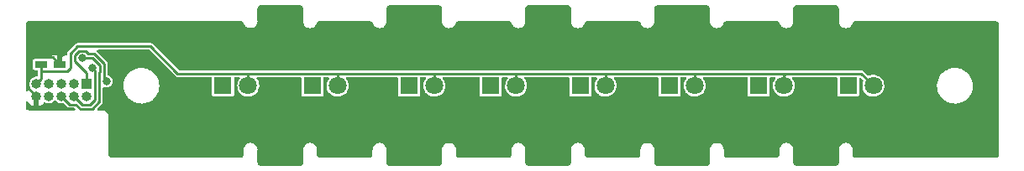
<source format=gtl>
G04 #@! TF.GenerationSoftware,KiCad,Pcbnew,(6.0.5-0)*
G04 #@! TF.CreationDate,2023-01-17T15:29:26+09:00*
G04 #@! TF.ProjectId,qPCR-led-south,71504352-2d6c-4656-942d-736f7574682e,rev?*
G04 #@! TF.SameCoordinates,Original*
G04 #@! TF.FileFunction,Copper,L1,Top*
G04 #@! TF.FilePolarity,Positive*
%FSLAX46Y46*%
G04 Gerber Fmt 4.6, Leading zero omitted, Abs format (unit mm)*
G04 Created by KiCad (PCBNEW (6.0.5-0)) date 2023-01-17 15:29:26*
%MOMM*%
%LPD*%
G01*
G04 APERTURE LIST*
G04 #@! TA.AperFunction,ComponentPad*
%ADD10R,1.800000X1.800000*%
G04 #@! TD*
G04 #@! TA.AperFunction,ComponentPad*
%ADD11C,1.800000*%
G04 #@! TD*
G04 #@! TA.AperFunction,ComponentPad*
%ADD12R,1.000000X1.000000*%
G04 #@! TD*
G04 #@! TA.AperFunction,ComponentPad*
%ADD13O,1.000000X1.000000*%
G04 #@! TD*
G04 #@! TA.AperFunction,SMDPad,CuDef*
%ADD14R,1.200000X0.750000*%
G04 #@! TD*
G04 #@! TA.AperFunction,ViaPad*
%ADD15C,0.800000*%
G04 #@! TD*
G04 #@! TA.AperFunction,Conductor*
%ADD16C,0.250000*%
G04 #@! TD*
G04 APERTURE END LIST*
D10*
G04 #@! TO.P,D7,1,K*
G04 #@! TO.N,OUT7*
X127460000Y-101622000D03*
D11*
G04 #@! TO.P,D7,2,A*
G04 #@! TO.N,VCC*
X130000000Y-101622000D03*
G04 #@! TD*
D10*
G04 #@! TO.P,D6,1,K*
G04 #@! TO.N,OUT6*
X137230000Y-101622000D03*
D11*
G04 #@! TO.P,D6,2,A*
G04 #@! TO.N,VCC*
X139770000Y-101622000D03*
G04 #@! TD*
D10*
G04 #@! TO.P,D5,1,K*
G04 #@! TO.N,OUT5*
X145460000Y-101622000D03*
D11*
G04 #@! TO.P,D5,2,A*
G04 #@! TO.N,VCC*
X148000000Y-101622000D03*
G04 #@! TD*
D10*
G04 #@! TO.P,D4,1,K*
G04 #@! TO.N,OUT4*
X154460000Y-101622000D03*
D11*
G04 #@! TO.P,D4,2,A*
G04 #@! TO.N,VCC*
X157000000Y-101622000D03*
G04 #@! TD*
D10*
G04 #@! TO.P,D3,1,K*
G04 #@! TO.N,OUT3*
X163460000Y-101622000D03*
D11*
G04 #@! TO.P,D3,2,A*
G04 #@! TO.N,VCC*
X166000000Y-101622000D03*
G04 #@! TD*
D10*
G04 #@! TO.P,D2,1,K*
G04 #@! TO.N,OUT2*
X172460000Y-101622000D03*
D11*
G04 #@! TO.P,D2,2,A*
G04 #@! TO.N,VCC*
X175000000Y-101622000D03*
G04 #@! TD*
D10*
G04 #@! TO.P,D1,1,K*
G04 #@! TO.N,OUT1*
X181460000Y-101622000D03*
D11*
G04 #@! TO.P,D1,2,A*
G04 #@! TO.N,VCC*
X184000000Y-101622000D03*
G04 #@! TD*
D10*
G04 #@! TO.P,D8,1,K*
G04 #@! TO.N,OUT8*
X118460000Y-101622000D03*
D11*
G04 #@! TO.P,D8,2,A*
G04 #@! TO.N,VCC*
X121000000Y-101622000D03*
G04 #@! TD*
D12*
G04 #@! TO.P,U1,1,Pin_1*
G04 #@! TO.N,OUT8*
X104724249Y-101415007D03*
D13*
G04 #@! TO.P,U1,2,Pin_2*
G04 #@! TO.N,OUT7*
X104724249Y-102685007D03*
G04 #@! TO.P,U1,3,Pin_3*
G04 #@! TO.N,OUT6*
X103454249Y-101415007D03*
G04 #@! TO.P,U1,4,Pin_4*
G04 #@! TO.N,OUT5*
X103454249Y-102685007D03*
G04 #@! TO.P,U1,5,Pin_5*
G04 #@! TO.N,OUT4*
X102184249Y-101415007D03*
G04 #@! TO.P,U1,6,Pin_6*
G04 #@! TO.N,OUT3*
X102184249Y-102685007D03*
G04 #@! TO.P,U1,7,Pin_7*
G04 #@! TO.N,OUT2*
X100914249Y-101415007D03*
G04 #@! TO.P,U1,8,Pin_8*
G04 #@! TO.N,OUT1*
X100914249Y-102685007D03*
G04 #@! TO.P,U1,9,Pin_9*
G04 #@! TO.N,VCC*
X99644249Y-101415007D03*
G04 #@! TO.P,U1,10,Pin_10*
G04 #@! TO.N,GND*
X99644249Y-102685007D03*
G04 #@! TD*
D14*
G04 #@! TO.P,C1,1*
G04 #@! TO.N,VCC*
X100110000Y-99460000D03*
G04 #@! TO.P,C1,2*
G04 #@! TO.N,GND*
X102010000Y-99460000D03*
G04 #@! TD*
D15*
G04 #@! TO.N,GND*
X137950000Y-106480000D03*
X149490000Y-94160000D03*
X166840000Y-94020000D03*
X146970000Y-108320000D03*
X180950000Y-103830000D03*
X106030000Y-95590000D03*
X190170000Y-107870000D03*
X124310000Y-96930000D03*
X162640000Y-109160000D03*
X172350000Y-99550000D03*
X176610000Y-94260000D03*
X102040000Y-96060000D03*
X128300000Y-95790000D03*
X114280000Y-95660000D03*
X104720000Y-96790000D03*
X114550000Y-104220000D03*
X185610000Y-98570000D03*
X159920000Y-95760000D03*
X163630000Y-99050000D03*
X182550000Y-95800000D03*
X136100000Y-96670000D03*
X172070000Y-106240000D03*
X154840000Y-103910000D03*
X176540000Y-109220000D03*
X152630000Y-101980000D03*
X176400000Y-99370000D03*
X131800000Y-101260000D03*
X119880000Y-108230000D03*
X141510000Y-101270000D03*
X167770000Y-101170000D03*
X161640000Y-102000000D03*
X114350000Y-108190000D03*
X135680000Y-103770000D03*
X184390000Y-105830000D03*
X170280000Y-102020000D03*
X189750000Y-100990000D03*
X126440000Y-103780000D03*
X188980000Y-95810000D03*
X122730000Y-101250000D03*
X168600000Y-98900000D03*
X122780000Y-108960000D03*
X192630000Y-98250000D03*
X145830000Y-98240000D03*
X173990000Y-108300000D03*
X168790000Y-103720000D03*
X151280000Y-98230000D03*
X140410000Y-103880000D03*
X149780000Y-101330000D03*
X174000000Y-95730000D03*
X125930000Y-94170000D03*
X183710000Y-103500000D03*
X180030000Y-109190000D03*
X121180000Y-96950270D03*
X142830000Y-103910000D03*
X176860000Y-101280000D03*
X186120000Y-108010000D03*
X142480000Y-95750000D03*
X151530000Y-106260000D03*
X152790000Y-94110000D03*
X187430000Y-103780000D03*
X111350000Y-106830000D03*
X157890000Y-105770000D03*
X155500000Y-95780000D03*
X195930000Y-108320000D03*
X120760000Y-103720000D03*
X179340000Y-101980000D03*
X182680000Y-108340000D03*
X128840000Y-107970000D03*
X110990000Y-104020000D03*
X135520000Y-94130000D03*
X138030000Y-97800000D03*
X132650000Y-108010000D03*
X153040000Y-109160000D03*
X131850000Y-103860000D03*
X125620000Y-102080000D03*
X178160000Y-106240000D03*
X176020000Y-103910000D03*
X109800000Y-99360000D03*
X147040000Y-95630000D03*
X140060000Y-109080000D03*
X148330000Y-103800000D03*
X116640000Y-101610000D03*
X107630000Y-108330000D03*
X155690000Y-108210000D03*
X116290000Y-96870000D03*
X158690000Y-101220000D03*
X118180000Y-95620000D03*
X164890000Y-106220000D03*
X196070000Y-102010000D03*
X149620000Y-109180000D03*
X169520000Y-95730000D03*
X135530000Y-109020000D03*
X112690000Y-100830000D03*
X129470000Y-105870000D03*
X123980000Y-106160000D03*
X161170000Y-103800000D03*
X101590000Y-103730000D03*
X178200000Y-97030000D03*
X130820000Y-97330000D03*
X99020000Y-98510000D03*
X143750000Y-102080000D03*
X144990000Y-106180000D03*
X192960000Y-105450000D03*
X99110000Y-95730000D03*
X133020000Y-95710000D03*
X142750000Y-108280000D03*
X157960000Y-98720000D03*
X125900000Y-108960000D03*
X159860000Y-108240000D03*
X196050000Y-95760000D03*
X162660000Y-94050000D03*
X139760000Y-94130000D03*
X179650000Y-94130000D03*
X135210000Y-101930000D03*
X122380000Y-94170000D03*
X106800000Y-103370000D03*
X102210000Y-98330000D03*
X164930000Y-96160000D03*
X166970000Y-109160000D03*
X117420000Y-105580000D03*
X169660000Y-108280000D03*
G04 #@! TO.N,OUT3*
X104279654Y-98830489D03*
G04 #@! TO.N,OUT5*
X105315317Y-99859596D03*
G04 #@! TO.N,OUT8*
X106732380Y-101175121D03*
G04 #@! TD*
D16*
G04 #@! TO.N,GND*
X101307289Y-98757289D02*
X102010000Y-99460000D01*
X98769586Y-101810344D02*
X98769586Y-99169992D01*
X98769586Y-101810344D02*
X99644249Y-102685007D01*
X99182289Y-98757289D02*
X101307289Y-98757289D01*
X98769586Y-99169992D02*
X99182289Y-98757289D01*
G04 #@! TO.N,VCC*
X102790000Y-100170000D02*
X100210000Y-100170000D01*
X148000000Y-101622000D02*
X148000000Y-100420000D01*
X121000000Y-101622000D02*
X121000000Y-100470000D01*
X175195711Y-100394289D02*
X165905711Y-100394289D01*
X100110000Y-99460000D02*
X100110000Y-100270000D01*
X182772289Y-100394289D02*
X175195711Y-100394289D01*
X103099223Y-99860777D02*
X102790000Y-100170000D01*
X175000000Y-100590000D02*
X175195711Y-100394289D01*
X139770000Y-100408578D02*
X139784289Y-100394289D01*
X157000000Y-100450000D02*
X157055711Y-100394289D01*
X157000000Y-101622000D02*
X157000000Y-100450000D01*
X148000000Y-100420000D02*
X148025711Y-100394289D01*
X100210000Y-100170000D02*
X100110000Y-100270000D01*
X130000000Y-100420000D02*
X130025711Y-100394289D01*
X148025711Y-100394289D02*
X139784289Y-100394289D01*
X103099223Y-98341538D02*
X103099223Y-99860777D01*
X121075711Y-100394289D02*
X113884289Y-100394289D01*
X100110000Y-100949256D02*
X99644249Y-101415007D01*
X139770000Y-101622000D02*
X139770000Y-100408578D01*
X111140058Y-97650058D02*
X103790702Y-97650059D01*
X184000000Y-101622000D02*
X182772289Y-100394289D01*
X139784289Y-100394289D02*
X130025711Y-100394289D01*
X175000000Y-101622000D02*
X175000000Y-100590000D01*
X157055711Y-100394289D02*
X148025711Y-100394289D01*
X130000000Y-101622000D02*
X130000000Y-100420000D01*
X103790702Y-97650059D02*
X103099223Y-98341538D01*
X100110000Y-100270000D02*
X100110000Y-100949256D01*
X130025711Y-100394289D02*
X121075711Y-100394289D01*
X165905711Y-100394289D02*
X157055711Y-100394289D01*
X166000000Y-100488578D02*
X165905711Y-100394289D01*
X121000000Y-100470000D02*
X121075711Y-100394289D01*
X166000000Y-101622000D02*
X166000000Y-100488578D01*
X113884289Y-100394289D02*
X111140058Y-97650058D01*
G04 #@! TO.N,OUT3*
X105254622Y-103965437D02*
X104094437Y-103965437D01*
X106025320Y-100244680D02*
X106004680Y-100265320D01*
X104279654Y-98830489D02*
X105315350Y-98830489D01*
X106004680Y-100265320D02*
X106004679Y-103215380D01*
X103011960Y-103512718D02*
X102184249Y-102685007D01*
X104094437Y-103965437D02*
X103641718Y-103512718D01*
X106050000Y-99565139D02*
X106050000Y-100244680D01*
X106004679Y-103215380D02*
X105254622Y-103965437D01*
X103641718Y-103512718D02*
X103011960Y-103512718D01*
X106050000Y-100244680D02*
X106025320Y-100244680D01*
X105315350Y-98830489D02*
X106050000Y-99565139D01*
G04 #@! TO.N,OUT5*
X104281960Y-103512718D02*
X103454249Y-102685007D01*
X105551960Y-103027857D02*
X105067099Y-103512718D01*
X105067099Y-103512718D02*
X104281960Y-103512718D01*
X105551960Y-100096239D02*
X105551960Y-103027857D01*
X105315317Y-99859596D02*
X105551960Y-100096239D01*
G04 #@! TO.N,OUT8*
X103978225Y-98102778D02*
X103551943Y-98529060D01*
X106732380Y-101175121D02*
X106502720Y-100945461D01*
X106502720Y-100945461D02*
X106502720Y-99377617D01*
X104856074Y-98377769D02*
X104581083Y-98102778D01*
X105502872Y-98377769D02*
X104856074Y-98377769D01*
X103551943Y-98529060D02*
X103551943Y-99131918D01*
X106502720Y-99377617D02*
X105502872Y-98377769D01*
X104581083Y-98102778D02*
X103978225Y-98102778D01*
X103551943Y-99131918D02*
X104724249Y-100304224D01*
X104724249Y-100304224D02*
X104724249Y-101415007D01*
G04 #@! TD*
G04 #@! TA.AperFunction,Conductor*
G04 #@! TO.N,GND*
G36*
X126210243Y-93502466D02*
G01*
X126215811Y-93502476D01*
X126229641Y-93505656D01*
X126240806Y-93503130D01*
X126252451Y-93504056D01*
X126302845Y-93512038D01*
X126340330Y-93524218D01*
X126388264Y-93548641D01*
X126420155Y-93571812D01*
X126458188Y-93609845D01*
X126481359Y-93641736D01*
X126505781Y-93689668D01*
X126517963Y-93727159D01*
X126525952Y-93777604D01*
X126526827Y-93788842D01*
X126524344Y-93799641D01*
X126527475Y-93813480D01*
X126527467Y-93818309D01*
X126529500Y-93836504D01*
X126529500Y-95063282D01*
X126526248Y-95091723D01*
X126525955Y-95092987D01*
X126525954Y-95092993D01*
X126524345Y-95099938D01*
X126524344Y-95100656D01*
X126525927Y-95107594D01*
X126526577Y-95113399D01*
X126527086Y-95116421D01*
X126542091Y-95253254D01*
X126591475Y-95398606D01*
X126595048Y-95404489D01*
X126595049Y-95404491D01*
X126627250Y-95457510D01*
X126671165Y-95529815D01*
X126777379Y-95640651D01*
X126783099Y-95644468D01*
X126783103Y-95644471D01*
X126832244Y-95677260D01*
X126905074Y-95725856D01*
X127048192Y-95781385D01*
X127120582Y-95792460D01*
X127193140Y-95803561D01*
X127193142Y-95803561D01*
X127199939Y-95804601D01*
X127353112Y-95794405D01*
X127500443Y-95751279D01*
X127542137Y-95728336D01*
X127628904Y-95680590D01*
X127628905Y-95680589D01*
X127634937Y-95677270D01*
X127750212Y-95575890D01*
X127840797Y-95451953D01*
X127864020Y-95398938D01*
X127895457Y-95327172D01*
X127897148Y-95323861D01*
X127899526Y-95318504D01*
X127903155Y-95312331D01*
X127903370Y-95311646D01*
X127903586Y-95308934D01*
X127913318Y-95280227D01*
X127931606Y-95243495D01*
X127954711Y-95211153D01*
X127992807Y-95172545D01*
X128024839Y-95149009D01*
X128073068Y-95124190D01*
X128110836Y-95111805D01*
X128161447Y-95103716D01*
X128173065Y-95102803D01*
X128183913Y-95105296D01*
X128197752Y-95102163D01*
X128202603Y-95102171D01*
X128220771Y-95100140D01*
X133238648Y-95100140D01*
X133255955Y-95102105D01*
X133261541Y-95102115D01*
X133275368Y-95105296D01*
X133286465Y-95102786D01*
X133298157Y-95103725D01*
X133349141Y-95111874D01*
X133386910Y-95124260D01*
X133435118Y-95149069D01*
X133467150Y-95172604D01*
X133505188Y-95211153D01*
X133505229Y-95211195D01*
X133528335Y-95243538D01*
X133536416Y-95259768D01*
X133546602Y-95280227D01*
X133546634Y-95280292D01*
X133556247Y-95308734D01*
X133556416Y-95310961D01*
X133556511Y-95311264D01*
X133556511Y-95311268D01*
X133556513Y-95311271D01*
X133556630Y-95311646D01*
X133560208Y-95317782D01*
X133562478Y-95322930D01*
X133564068Y-95326056D01*
X133606361Y-95422606D01*
X133619213Y-95451947D01*
X133623277Y-95457507D01*
X133679759Y-95534784D01*
X133709797Y-95575882D01*
X133825070Y-95677260D01*
X133959562Y-95751267D01*
X133966160Y-95753198D01*
X133966164Y-95753200D01*
X134100286Y-95792460D01*
X134106890Y-95794393D01*
X134260061Y-95804589D01*
X134323639Y-95794862D01*
X134405007Y-95782413D01*
X134411805Y-95781373D01*
X134418216Y-95778885D01*
X134418218Y-95778885D01*
X134484388Y-95753211D01*
X134554920Y-95725845D01*
X134634549Y-95672713D01*
X134676889Y-95644462D01*
X134682614Y-95640642D01*
X134687374Y-95635675D01*
X134784063Y-95534777D01*
X134784066Y-95534774D01*
X134788825Y-95529807D01*
X134836111Y-95451953D01*
X134864940Y-95404486D01*
X134864941Y-95404484D01*
X134868514Y-95398601D01*
X134917897Y-95253251D01*
X134924449Y-95193505D01*
X134932748Y-95117832D01*
X134933369Y-95114177D01*
X134934042Y-95108329D01*
X134935655Y-95101374D01*
X134935656Y-95100656D01*
X134933653Y-95091872D01*
X134930500Y-95063859D01*
X134930500Y-93837371D01*
X134933755Y-93808918D01*
X134934043Y-93807676D01*
X134934044Y-93807669D01*
X134935655Y-93800718D01*
X134935656Y-93800000D01*
X134935024Y-93797228D01*
X134935711Y-93767099D01*
X134942037Y-93727158D01*
X134954218Y-93689670D01*
X134978641Y-93641736D01*
X135001812Y-93609845D01*
X135039845Y-93571812D01*
X135071736Y-93548641D01*
X135080898Y-93543972D01*
X135119668Y-93524219D01*
X135157157Y-93512037D01*
X135175689Y-93509102D01*
X135207604Y-93504048D01*
X135218842Y-93503173D01*
X135229641Y-93505656D01*
X135243480Y-93502525D01*
X135248309Y-93502533D01*
X135266504Y-93500500D01*
X140192920Y-93500500D01*
X140210243Y-93502466D01*
X140215811Y-93502476D01*
X140229641Y-93505656D01*
X140240806Y-93503130D01*
X140252451Y-93504056D01*
X140302845Y-93512038D01*
X140340330Y-93524218D01*
X140388264Y-93548641D01*
X140420155Y-93571812D01*
X140458188Y-93609845D01*
X140481359Y-93641736D01*
X140505781Y-93689668D01*
X140517963Y-93727159D01*
X140525952Y-93777604D01*
X140526827Y-93788842D01*
X140524344Y-93799641D01*
X140527475Y-93813480D01*
X140527467Y-93818309D01*
X140529500Y-93836504D01*
X140529500Y-95063282D01*
X140526248Y-95091723D01*
X140525955Y-95092987D01*
X140525954Y-95092993D01*
X140524345Y-95099938D01*
X140524344Y-95100656D01*
X140525927Y-95107594D01*
X140526577Y-95113399D01*
X140527086Y-95116421D01*
X140542091Y-95253254D01*
X140591475Y-95398606D01*
X140595048Y-95404489D01*
X140595049Y-95404491D01*
X140627250Y-95457510D01*
X140671165Y-95529815D01*
X140777379Y-95640651D01*
X140783099Y-95644468D01*
X140783103Y-95644471D01*
X140832244Y-95677260D01*
X140905074Y-95725856D01*
X141048192Y-95781385D01*
X141120582Y-95792460D01*
X141193140Y-95803561D01*
X141193142Y-95803561D01*
X141199939Y-95804601D01*
X141353112Y-95794405D01*
X141500443Y-95751279D01*
X141542137Y-95728336D01*
X141628904Y-95680590D01*
X141628905Y-95680589D01*
X141634937Y-95677270D01*
X141750212Y-95575890D01*
X141840797Y-95451953D01*
X141864020Y-95398938D01*
X141895457Y-95327172D01*
X141897148Y-95323861D01*
X141899526Y-95318504D01*
X141903155Y-95312331D01*
X141903370Y-95311646D01*
X141903586Y-95308934D01*
X141913318Y-95280227D01*
X141931606Y-95243495D01*
X141954711Y-95211153D01*
X141992807Y-95172545D01*
X142024839Y-95149009D01*
X142073068Y-95124190D01*
X142110836Y-95111805D01*
X142161447Y-95103716D01*
X142173065Y-95102803D01*
X142183913Y-95105296D01*
X142197752Y-95102163D01*
X142202603Y-95102171D01*
X142220771Y-95100140D01*
X147238648Y-95100140D01*
X147255955Y-95102105D01*
X147261541Y-95102115D01*
X147275368Y-95105296D01*
X147286465Y-95102786D01*
X147298157Y-95103725D01*
X147349141Y-95111874D01*
X147386910Y-95124260D01*
X147435118Y-95149069D01*
X147467150Y-95172604D01*
X147505188Y-95211153D01*
X147505229Y-95211195D01*
X147528335Y-95243538D01*
X147536416Y-95259768D01*
X147546602Y-95280227D01*
X147546634Y-95280292D01*
X147556247Y-95308734D01*
X147556416Y-95310961D01*
X147556511Y-95311264D01*
X147556511Y-95311268D01*
X147556513Y-95311271D01*
X147556630Y-95311646D01*
X147560208Y-95317782D01*
X147562478Y-95322930D01*
X147564068Y-95326056D01*
X147606361Y-95422606D01*
X147619213Y-95451947D01*
X147623277Y-95457507D01*
X147679759Y-95534784D01*
X147709797Y-95575882D01*
X147825070Y-95677260D01*
X147959562Y-95751267D01*
X147966160Y-95753198D01*
X147966164Y-95753200D01*
X148100286Y-95792460D01*
X148106890Y-95794393D01*
X148260061Y-95804589D01*
X148323639Y-95794862D01*
X148405007Y-95782413D01*
X148411805Y-95781373D01*
X148418216Y-95778885D01*
X148418218Y-95778885D01*
X148484388Y-95753211D01*
X148554920Y-95725845D01*
X148634549Y-95672713D01*
X148676889Y-95644462D01*
X148682614Y-95640642D01*
X148687374Y-95635675D01*
X148784063Y-95534777D01*
X148784066Y-95534774D01*
X148788825Y-95529807D01*
X148836111Y-95451953D01*
X148864940Y-95404486D01*
X148864941Y-95404484D01*
X148868514Y-95398601D01*
X148917897Y-95253251D01*
X148924449Y-95193505D01*
X148932748Y-95117832D01*
X148933369Y-95114177D01*
X148934042Y-95108329D01*
X148935655Y-95101374D01*
X148935656Y-95100656D01*
X148933653Y-95091872D01*
X148930500Y-95063859D01*
X148930500Y-93837371D01*
X148933755Y-93808918D01*
X148934043Y-93807676D01*
X148934044Y-93807669D01*
X148935655Y-93800718D01*
X148935656Y-93800000D01*
X148935024Y-93797228D01*
X148935711Y-93767099D01*
X148942037Y-93727158D01*
X148954218Y-93689670D01*
X148978641Y-93641736D01*
X149001812Y-93609845D01*
X149039845Y-93571812D01*
X149071736Y-93548641D01*
X149080898Y-93543972D01*
X149119668Y-93524219D01*
X149157157Y-93512037D01*
X149175689Y-93509102D01*
X149207604Y-93504048D01*
X149218842Y-93503173D01*
X149229641Y-93505656D01*
X149243480Y-93502525D01*
X149248309Y-93502533D01*
X149266504Y-93500500D01*
X153192920Y-93500500D01*
X153210243Y-93502466D01*
X153215811Y-93502476D01*
X153229641Y-93505656D01*
X153240806Y-93503130D01*
X153252451Y-93504056D01*
X153302845Y-93512038D01*
X153340330Y-93524218D01*
X153388264Y-93548641D01*
X153420155Y-93571812D01*
X153458188Y-93609845D01*
X153481359Y-93641736D01*
X153505781Y-93689668D01*
X153517963Y-93727159D01*
X153525952Y-93777604D01*
X153526827Y-93788842D01*
X153524344Y-93799641D01*
X153527475Y-93813480D01*
X153527467Y-93818309D01*
X153529500Y-93836504D01*
X153529500Y-95063282D01*
X153526248Y-95091723D01*
X153525955Y-95092987D01*
X153525954Y-95092993D01*
X153524345Y-95099938D01*
X153524344Y-95100656D01*
X153525927Y-95107594D01*
X153526577Y-95113399D01*
X153527086Y-95116421D01*
X153542091Y-95253254D01*
X153591475Y-95398606D01*
X153595048Y-95404489D01*
X153595049Y-95404491D01*
X153627250Y-95457510D01*
X153671165Y-95529815D01*
X153777379Y-95640651D01*
X153783099Y-95644468D01*
X153783103Y-95644471D01*
X153832244Y-95677260D01*
X153905074Y-95725856D01*
X154048192Y-95781385D01*
X154120582Y-95792460D01*
X154193140Y-95803561D01*
X154193142Y-95803561D01*
X154199939Y-95804601D01*
X154353112Y-95794405D01*
X154500443Y-95751279D01*
X154542137Y-95728336D01*
X154628904Y-95680590D01*
X154628905Y-95680589D01*
X154634937Y-95677270D01*
X154750212Y-95575890D01*
X154840797Y-95451953D01*
X154864020Y-95398938D01*
X154895457Y-95327172D01*
X154897148Y-95323861D01*
X154899526Y-95318504D01*
X154903155Y-95312331D01*
X154903370Y-95311646D01*
X154903586Y-95308934D01*
X154913318Y-95280227D01*
X154931606Y-95243495D01*
X154954711Y-95211153D01*
X154992807Y-95172545D01*
X155024839Y-95149009D01*
X155073068Y-95124190D01*
X155110836Y-95111805D01*
X155161447Y-95103716D01*
X155173065Y-95102803D01*
X155183913Y-95105296D01*
X155197752Y-95102163D01*
X155202603Y-95102171D01*
X155220771Y-95100140D01*
X160238648Y-95100140D01*
X160255955Y-95102105D01*
X160261541Y-95102115D01*
X160275368Y-95105296D01*
X160286465Y-95102786D01*
X160298157Y-95103725D01*
X160349141Y-95111874D01*
X160386910Y-95124260D01*
X160435118Y-95149069D01*
X160467150Y-95172604D01*
X160505188Y-95211153D01*
X160505229Y-95211195D01*
X160528335Y-95243538D01*
X160536416Y-95259768D01*
X160546602Y-95280227D01*
X160546634Y-95280292D01*
X160556247Y-95308734D01*
X160556416Y-95310961D01*
X160556511Y-95311264D01*
X160556511Y-95311268D01*
X160556513Y-95311271D01*
X160556630Y-95311646D01*
X160560208Y-95317782D01*
X160562478Y-95322930D01*
X160564068Y-95326056D01*
X160606361Y-95422606D01*
X160619213Y-95451947D01*
X160623277Y-95457507D01*
X160679759Y-95534784D01*
X160709797Y-95575882D01*
X160825070Y-95677260D01*
X160959562Y-95751267D01*
X160966160Y-95753198D01*
X160966164Y-95753200D01*
X161100286Y-95792460D01*
X161106890Y-95794393D01*
X161260061Y-95804589D01*
X161323639Y-95794862D01*
X161405007Y-95782413D01*
X161411805Y-95781373D01*
X161418216Y-95778885D01*
X161418218Y-95778885D01*
X161484388Y-95753211D01*
X161554920Y-95725845D01*
X161634549Y-95672713D01*
X161676889Y-95644462D01*
X161682614Y-95640642D01*
X161687374Y-95635675D01*
X161784063Y-95534777D01*
X161784066Y-95534774D01*
X161788825Y-95529807D01*
X161836111Y-95451953D01*
X161864940Y-95404486D01*
X161864941Y-95404484D01*
X161868514Y-95398601D01*
X161917897Y-95253251D01*
X161924449Y-95193505D01*
X161932748Y-95117832D01*
X161933369Y-95114177D01*
X161934042Y-95108329D01*
X161935655Y-95101374D01*
X161935656Y-95100656D01*
X161933653Y-95091872D01*
X161930500Y-95063859D01*
X161930500Y-93837371D01*
X161933755Y-93808918D01*
X161934043Y-93807676D01*
X161934044Y-93807669D01*
X161935655Y-93800718D01*
X161935656Y-93800000D01*
X161935024Y-93797228D01*
X161935711Y-93767099D01*
X161942037Y-93727158D01*
X161954218Y-93689670D01*
X161978641Y-93641736D01*
X162001812Y-93609845D01*
X162039845Y-93571812D01*
X162071736Y-93548641D01*
X162080898Y-93543972D01*
X162119668Y-93524219D01*
X162157157Y-93512037D01*
X162175689Y-93509102D01*
X162207604Y-93504048D01*
X162218842Y-93503173D01*
X162229641Y-93505656D01*
X162243480Y-93502525D01*
X162248309Y-93502533D01*
X162266504Y-93500500D01*
X167192920Y-93500500D01*
X167210243Y-93502466D01*
X167215811Y-93502476D01*
X167229641Y-93505656D01*
X167240806Y-93503130D01*
X167252451Y-93504056D01*
X167302845Y-93512038D01*
X167340330Y-93524218D01*
X167388264Y-93548641D01*
X167420155Y-93571812D01*
X167458188Y-93609845D01*
X167481359Y-93641736D01*
X167505781Y-93689668D01*
X167517963Y-93727159D01*
X167525952Y-93777604D01*
X167526827Y-93788842D01*
X167524344Y-93799641D01*
X167527475Y-93813480D01*
X167527467Y-93818309D01*
X167529500Y-93836504D01*
X167529500Y-95063282D01*
X167526248Y-95091723D01*
X167525955Y-95092987D01*
X167525954Y-95092993D01*
X167524345Y-95099938D01*
X167524344Y-95100656D01*
X167525927Y-95107594D01*
X167526577Y-95113399D01*
X167527086Y-95116421D01*
X167542091Y-95253254D01*
X167591475Y-95398606D01*
X167595048Y-95404489D01*
X167595049Y-95404491D01*
X167627250Y-95457510D01*
X167671165Y-95529815D01*
X167777379Y-95640651D01*
X167783099Y-95644468D01*
X167783103Y-95644471D01*
X167832244Y-95677260D01*
X167905074Y-95725856D01*
X168048192Y-95781385D01*
X168120582Y-95792460D01*
X168193140Y-95803561D01*
X168193142Y-95803561D01*
X168199939Y-95804601D01*
X168353112Y-95794405D01*
X168500443Y-95751279D01*
X168542137Y-95728336D01*
X168628904Y-95680590D01*
X168628905Y-95680589D01*
X168634937Y-95677270D01*
X168750212Y-95575890D01*
X168840797Y-95451953D01*
X168864020Y-95398938D01*
X168895457Y-95327172D01*
X168897148Y-95323861D01*
X168899526Y-95318504D01*
X168903155Y-95312331D01*
X168903370Y-95311646D01*
X168903586Y-95308934D01*
X168913318Y-95280227D01*
X168931606Y-95243495D01*
X168954711Y-95211153D01*
X168992807Y-95172545D01*
X169024839Y-95149009D01*
X169073068Y-95124190D01*
X169110836Y-95111805D01*
X169161447Y-95103716D01*
X169173065Y-95102803D01*
X169183913Y-95105296D01*
X169197752Y-95102163D01*
X169202603Y-95102171D01*
X169220771Y-95100140D01*
X174238648Y-95100140D01*
X174255955Y-95102105D01*
X174261541Y-95102115D01*
X174275368Y-95105296D01*
X174286465Y-95102786D01*
X174298157Y-95103725D01*
X174349141Y-95111874D01*
X174386910Y-95124260D01*
X174435118Y-95149069D01*
X174467150Y-95172604D01*
X174505188Y-95211153D01*
X174505229Y-95211195D01*
X174528335Y-95243538D01*
X174536416Y-95259768D01*
X174546602Y-95280227D01*
X174546634Y-95280292D01*
X174556247Y-95308734D01*
X174556416Y-95310961D01*
X174556511Y-95311264D01*
X174556511Y-95311268D01*
X174556513Y-95311271D01*
X174556630Y-95311646D01*
X174560208Y-95317782D01*
X174562478Y-95322930D01*
X174564068Y-95326056D01*
X174606361Y-95422606D01*
X174619213Y-95451947D01*
X174623277Y-95457507D01*
X174679759Y-95534784D01*
X174709797Y-95575882D01*
X174825070Y-95677260D01*
X174959562Y-95751267D01*
X174966160Y-95753198D01*
X174966164Y-95753200D01*
X175100286Y-95792460D01*
X175106890Y-95794393D01*
X175260061Y-95804589D01*
X175323639Y-95794862D01*
X175405007Y-95782413D01*
X175411805Y-95781373D01*
X175418216Y-95778885D01*
X175418218Y-95778885D01*
X175484388Y-95753211D01*
X175554920Y-95725845D01*
X175634549Y-95672713D01*
X175676889Y-95644462D01*
X175682614Y-95640642D01*
X175687374Y-95635675D01*
X175784063Y-95534777D01*
X175784066Y-95534774D01*
X175788825Y-95529807D01*
X175836111Y-95451953D01*
X175864940Y-95404486D01*
X175864941Y-95404484D01*
X175868514Y-95398601D01*
X175917897Y-95253251D01*
X175924449Y-95193505D01*
X175932748Y-95117832D01*
X175933369Y-95114177D01*
X175934042Y-95108329D01*
X175935655Y-95101374D01*
X175935656Y-95100656D01*
X175933653Y-95091872D01*
X175930500Y-95063859D01*
X175930500Y-93837371D01*
X175933755Y-93808918D01*
X175934043Y-93807676D01*
X175934044Y-93807669D01*
X175935655Y-93800718D01*
X175935656Y-93800000D01*
X175935024Y-93797228D01*
X175935711Y-93767099D01*
X175942037Y-93727158D01*
X175954218Y-93689670D01*
X175978641Y-93641736D01*
X176001812Y-93609845D01*
X176039845Y-93571812D01*
X176071736Y-93548641D01*
X176080898Y-93543972D01*
X176119668Y-93524219D01*
X176157157Y-93512037D01*
X176175689Y-93509102D01*
X176207604Y-93504048D01*
X176218842Y-93503173D01*
X176229641Y-93505656D01*
X176243480Y-93502525D01*
X176248309Y-93502533D01*
X176266504Y-93500500D01*
X180192920Y-93500500D01*
X180210243Y-93502466D01*
X180215811Y-93502476D01*
X180229641Y-93505656D01*
X180240806Y-93503130D01*
X180252451Y-93504056D01*
X180302845Y-93512038D01*
X180340330Y-93524218D01*
X180388264Y-93548641D01*
X180420155Y-93571812D01*
X180458188Y-93609845D01*
X180481359Y-93641736D01*
X180505781Y-93689668D01*
X180517963Y-93727159D01*
X180525952Y-93777604D01*
X180526827Y-93788842D01*
X180524344Y-93799641D01*
X180527475Y-93813480D01*
X180527467Y-93818309D01*
X180529500Y-93836504D01*
X180529500Y-95063282D01*
X180526248Y-95091723D01*
X180525955Y-95092987D01*
X180525954Y-95092993D01*
X180524345Y-95099938D01*
X180524344Y-95100656D01*
X180525927Y-95107594D01*
X180526577Y-95113399D01*
X180527086Y-95116421D01*
X180542091Y-95253254D01*
X180591475Y-95398606D01*
X180595048Y-95404489D01*
X180595049Y-95404491D01*
X180627250Y-95457510D01*
X180671165Y-95529815D01*
X180777379Y-95640651D01*
X180783099Y-95644468D01*
X180783103Y-95644471D01*
X180832244Y-95677260D01*
X180905074Y-95725856D01*
X181048192Y-95781385D01*
X181120582Y-95792460D01*
X181193140Y-95803561D01*
X181193142Y-95803561D01*
X181199939Y-95804601D01*
X181353112Y-95794405D01*
X181500443Y-95751279D01*
X181542137Y-95728336D01*
X181628904Y-95680590D01*
X181628905Y-95680589D01*
X181634937Y-95677270D01*
X181750212Y-95575890D01*
X181840797Y-95451953D01*
X181864020Y-95398938D01*
X181895457Y-95327172D01*
X181897148Y-95323861D01*
X181899526Y-95318504D01*
X181903155Y-95312331D01*
X181903370Y-95311646D01*
X181903586Y-95308934D01*
X181913318Y-95280227D01*
X181931606Y-95243495D01*
X181954711Y-95211153D01*
X181992807Y-95172545D01*
X182024839Y-95149009D01*
X182073068Y-95124190D01*
X182110836Y-95111805D01*
X182161447Y-95103716D01*
X182173065Y-95102803D01*
X182183913Y-95105296D01*
X182197752Y-95102163D01*
X182202603Y-95102171D01*
X182220771Y-95100140D01*
X196327920Y-95100140D01*
X196345243Y-95102106D01*
X196350811Y-95102116D01*
X196364641Y-95105296D01*
X196375806Y-95102770D01*
X196387450Y-95103696D01*
X196437592Y-95111638D01*
X196437832Y-95111676D01*
X196475325Y-95123859D01*
X196523244Y-95148276D01*
X196555138Y-95171450D01*
X196593166Y-95209481D01*
X196616337Y-95241377D01*
X196633153Y-95274384D01*
X196640750Y-95289297D01*
X196652929Y-95326790D01*
X196655578Y-95343521D01*
X196660954Y-95377478D01*
X196661813Y-95388531D01*
X196659344Y-95399265D01*
X196662475Y-95413106D01*
X196662466Y-95417923D01*
X196664500Y-95436131D01*
X196664500Y-108563293D01*
X196662532Y-108580633D01*
X196662523Y-108586189D01*
X196659344Y-108600017D01*
X196661871Y-108611182D01*
X196660944Y-108622837D01*
X196652967Y-108673222D01*
X196640788Y-108710714D01*
X196627058Y-108737666D01*
X196616370Y-108758645D01*
X196593198Y-108790542D01*
X196555160Y-108828583D01*
X196523267Y-108851756D01*
X196475339Y-108876178D01*
X196437844Y-108888362D01*
X196387645Y-108896313D01*
X196376222Y-108897202D01*
X196365359Y-108894704D01*
X196351520Y-108897836D01*
X196346689Y-108897827D01*
X196328496Y-108899860D01*
X182267080Y-108899860D01*
X182249757Y-108897894D01*
X182244189Y-108897884D01*
X182230359Y-108894704D01*
X182219194Y-108897230D01*
X182207550Y-108896304D01*
X182157168Y-108888324D01*
X182119675Y-108876141D01*
X182071756Y-108851724D01*
X182039862Y-108828550D01*
X182001834Y-108790519D01*
X181978663Y-108758623D01*
X181954249Y-108710701D01*
X181942070Y-108673208D01*
X181934046Y-108622522D01*
X181933187Y-108611469D01*
X181935656Y-108600735D01*
X181932525Y-108586894D01*
X181932534Y-108582077D01*
X181930500Y-108563869D01*
X181930500Y-108137731D01*
X181933755Y-108109278D01*
X181934043Y-108108036D01*
X181934044Y-108108029D01*
X181935655Y-108101078D01*
X181935656Y-108100360D01*
X181934225Y-108094088D01*
X181934089Y-108092876D01*
X181918050Y-107950526D01*
X181918049Y-107950520D01*
X181917258Y-107943498D01*
X181865122Y-107794501D01*
X181781138Y-107660842D01*
X181669518Y-107549222D01*
X181550897Y-107474687D01*
X181541851Y-107469003D01*
X181535859Y-107465238D01*
X181386862Y-107413102D01*
X181379835Y-107412310D01*
X181379834Y-107412310D01*
X181237029Y-107396220D01*
X181230000Y-107395428D01*
X181222971Y-107396220D01*
X181080166Y-107412310D01*
X181080165Y-107412310D01*
X181073138Y-107413102D01*
X180924141Y-107465238D01*
X180918149Y-107469003D01*
X180909103Y-107474687D01*
X180790482Y-107549222D01*
X180678862Y-107660842D01*
X180594878Y-107794501D01*
X180542742Y-107943498D01*
X180541951Y-107950520D01*
X180541950Y-107950526D01*
X180535493Y-108007832D01*
X180525843Y-108093483D01*
X180524344Y-108100001D01*
X180527476Y-108113840D01*
X180527467Y-108118672D01*
X180529500Y-108136864D01*
X180529500Y-109362920D01*
X180527534Y-109380243D01*
X180527524Y-109385811D01*
X180524344Y-109399641D01*
X180526870Y-109410806D01*
X180525944Y-109422451D01*
X180517963Y-109472842D01*
X180505782Y-109510330D01*
X180481360Y-109558263D01*
X180458188Y-109590155D01*
X180420155Y-109628188D01*
X180388264Y-109651359D01*
X180340332Y-109675781D01*
X180302843Y-109687963D01*
X180284311Y-109690898D01*
X180252396Y-109695952D01*
X180241158Y-109696827D01*
X180230359Y-109694344D01*
X180216520Y-109697475D01*
X180211691Y-109697467D01*
X180193496Y-109699500D01*
X176267080Y-109699500D01*
X176249757Y-109697534D01*
X176244189Y-109697524D01*
X176230359Y-109694344D01*
X176219194Y-109696870D01*
X176207549Y-109695944D01*
X176157155Y-109687962D01*
X176119670Y-109675782D01*
X176071736Y-109651359D01*
X176039845Y-109628188D01*
X176001812Y-109590155D01*
X175978640Y-109558263D01*
X175954218Y-109510330D01*
X175942037Y-109472842D01*
X175935757Y-109433192D01*
X175935117Y-109403039D01*
X175935655Y-109400718D01*
X175935656Y-109400000D01*
X175933654Y-109391225D01*
X175930500Y-109363210D01*
X175930500Y-108137731D01*
X175933755Y-108109278D01*
X175934043Y-108108036D01*
X175934044Y-108108029D01*
X175935655Y-108101078D01*
X175935656Y-108100360D01*
X175934225Y-108094088D01*
X175934089Y-108092876D01*
X175918050Y-107950526D01*
X175918049Y-107950520D01*
X175917258Y-107943498D01*
X175865122Y-107794501D01*
X175781138Y-107660842D01*
X175669518Y-107549222D01*
X175550897Y-107474687D01*
X175541851Y-107469003D01*
X175535859Y-107465238D01*
X175386862Y-107413102D01*
X175379835Y-107412310D01*
X175379834Y-107412310D01*
X175237029Y-107396220D01*
X175230000Y-107395428D01*
X175222971Y-107396220D01*
X175080166Y-107412310D01*
X175080165Y-107412310D01*
X175073138Y-107413102D01*
X174924141Y-107465238D01*
X174918149Y-107469003D01*
X174909103Y-107474687D01*
X174790482Y-107549222D01*
X174678862Y-107660842D01*
X174594878Y-107794501D01*
X174542742Y-107943498D01*
X174541951Y-107950520D01*
X174541950Y-107950526D01*
X174535493Y-108007832D01*
X174525843Y-108093483D01*
X174524344Y-108100001D01*
X174527476Y-108113840D01*
X174527467Y-108118672D01*
X174529500Y-108136864D01*
X174529500Y-108563293D01*
X174527532Y-108580633D01*
X174527523Y-108586189D01*
X174524344Y-108600017D01*
X174526871Y-108611182D01*
X174525944Y-108622837D01*
X174517967Y-108673222D01*
X174505788Y-108710714D01*
X174492058Y-108737666D01*
X174481370Y-108758645D01*
X174458198Y-108790542D01*
X174420160Y-108828583D01*
X174388267Y-108851756D01*
X174340339Y-108876178D01*
X174302844Y-108888362D01*
X174252645Y-108896313D01*
X174241222Y-108897202D01*
X174230359Y-108894704D01*
X174216520Y-108897836D01*
X174211689Y-108897827D01*
X174193496Y-108899860D01*
X169267080Y-108899860D01*
X169249757Y-108897894D01*
X169244189Y-108897884D01*
X169230359Y-108894704D01*
X169219194Y-108897230D01*
X169207550Y-108896304D01*
X169157168Y-108888324D01*
X169119675Y-108876141D01*
X169071756Y-108851724D01*
X169039862Y-108828550D01*
X169001834Y-108790519D01*
X168978663Y-108758623D01*
X168954249Y-108710701D01*
X168942070Y-108673208D01*
X168934046Y-108622522D01*
X168933187Y-108611469D01*
X168935656Y-108600735D01*
X168932525Y-108586894D01*
X168932534Y-108582077D01*
X168930500Y-108563869D01*
X168930500Y-108137731D01*
X168933755Y-108109278D01*
X168934043Y-108108036D01*
X168934044Y-108108029D01*
X168935655Y-108101078D01*
X168935656Y-108100360D01*
X168934225Y-108094088D01*
X168934089Y-108092876D01*
X168918050Y-107950526D01*
X168918049Y-107950520D01*
X168917258Y-107943498D01*
X168865122Y-107794501D01*
X168781138Y-107660842D01*
X168669518Y-107549222D01*
X168550897Y-107474687D01*
X168541851Y-107469003D01*
X168535859Y-107465238D01*
X168386862Y-107413102D01*
X168379835Y-107412310D01*
X168379834Y-107412310D01*
X168237029Y-107396220D01*
X168230000Y-107395428D01*
X168222971Y-107396220D01*
X168080166Y-107412310D01*
X168080165Y-107412310D01*
X168073138Y-107413102D01*
X167924141Y-107465238D01*
X167918149Y-107469003D01*
X167909103Y-107474687D01*
X167790482Y-107549222D01*
X167678862Y-107660842D01*
X167594878Y-107794501D01*
X167542742Y-107943498D01*
X167541951Y-107950520D01*
X167541950Y-107950526D01*
X167535493Y-108007832D01*
X167525843Y-108093483D01*
X167524344Y-108100001D01*
X167527476Y-108113840D01*
X167527467Y-108118672D01*
X167529500Y-108136864D01*
X167529500Y-109363295D01*
X167527532Y-109380635D01*
X167527523Y-109386192D01*
X167524344Y-109400020D01*
X167526871Y-109411184D01*
X167525944Y-109422837D01*
X167517968Y-109473221D01*
X167505789Y-109510713D01*
X167481366Y-109558652D01*
X167458199Y-109590541D01*
X167420159Y-109628584D01*
X167388268Y-109651756D01*
X167340336Y-109676179D01*
X167302844Y-109688361D01*
X167252622Y-109696316D01*
X167241214Y-109697204D01*
X167230359Y-109694708D01*
X167216520Y-109697840D01*
X167211689Y-109697831D01*
X167193496Y-109699864D01*
X162267080Y-109699864D01*
X162249757Y-109697898D01*
X162244189Y-109697888D01*
X162230359Y-109694708D01*
X162219194Y-109697234D01*
X162207548Y-109696307D01*
X162157166Y-109688328D01*
X162119672Y-109676144D01*
X162071754Y-109651727D01*
X162039861Y-109628554D01*
X162001831Y-109590521D01*
X161978661Y-109558627D01*
X161954246Y-109510705D01*
X161942066Y-109473209D01*
X161934047Y-109422551D01*
X161933186Y-109411478D01*
X161935656Y-109400738D01*
X161932525Y-109386898D01*
X161932534Y-109382082D01*
X161930500Y-109363871D01*
X161930500Y-108137718D01*
X161933752Y-108109277D01*
X161934045Y-108108013D01*
X161934046Y-108108007D01*
X161935655Y-108101062D01*
X161935656Y-108100344D01*
X161934225Y-108094072D01*
X161917247Y-107943491D01*
X161910537Y-107924318D01*
X161867441Y-107801181D01*
X161867439Y-107801177D01*
X161865104Y-107794505D01*
X161781118Y-107660856D01*
X161776096Y-107655834D01*
X161674504Y-107554251D01*
X161674501Y-107554249D01*
X161669498Y-107549246D01*
X161663465Y-107545455D01*
X161541834Y-107469035D01*
X161541833Y-107469035D01*
X161535843Y-107465271D01*
X161529168Y-107462935D01*
X161529165Y-107462934D01*
X161461348Y-107439206D01*
X161386853Y-107413140D01*
X161379825Y-107412348D01*
X161379824Y-107412348D01*
X161237029Y-107396260D01*
X161229999Y-107395468D01*
X161073144Y-107413141D01*
X160998649Y-107439206D01*
X160930832Y-107462935D01*
X160930829Y-107462936D01*
X160924154Y-107465272D01*
X160790499Y-107549248D01*
X160678881Y-107660859D01*
X160594895Y-107794507D01*
X160592560Y-107801179D01*
X160592558Y-107801183D01*
X160572640Y-107858094D01*
X160542752Y-107943493D01*
X160525910Y-108092880D01*
X160525871Y-108092876D01*
X160525883Y-108092998D01*
X160524345Y-108099628D01*
X160524344Y-108100346D01*
X160525925Y-108107278D01*
X160526347Y-108109130D01*
X160529500Y-108137143D01*
X160529500Y-108563293D01*
X160527532Y-108580633D01*
X160527523Y-108586189D01*
X160524344Y-108600017D01*
X160526871Y-108611182D01*
X160525944Y-108622837D01*
X160517967Y-108673222D01*
X160505788Y-108710714D01*
X160492058Y-108737666D01*
X160481370Y-108758645D01*
X160458198Y-108790542D01*
X160420160Y-108828583D01*
X160388267Y-108851756D01*
X160340339Y-108876178D01*
X160302844Y-108888362D01*
X160252645Y-108896313D01*
X160241222Y-108897202D01*
X160230359Y-108894704D01*
X160216520Y-108897836D01*
X160211689Y-108897827D01*
X160193496Y-108899860D01*
X155267080Y-108899860D01*
X155249757Y-108897894D01*
X155244189Y-108897884D01*
X155230359Y-108894704D01*
X155219194Y-108897230D01*
X155207550Y-108896304D01*
X155157168Y-108888324D01*
X155119675Y-108876141D01*
X155071756Y-108851724D01*
X155039862Y-108828550D01*
X155001834Y-108790519D01*
X154978663Y-108758623D01*
X154954249Y-108710701D01*
X154942070Y-108673208D01*
X154934046Y-108622522D01*
X154933187Y-108611469D01*
X154935656Y-108600735D01*
X154932525Y-108586894D01*
X154932534Y-108582077D01*
X154930500Y-108563869D01*
X154930500Y-108137731D01*
X154933755Y-108109278D01*
X154934043Y-108108036D01*
X154934044Y-108108029D01*
X154935655Y-108101078D01*
X154935656Y-108100360D01*
X154934225Y-108094088D01*
X154934089Y-108092876D01*
X154918050Y-107950526D01*
X154918049Y-107950520D01*
X154917258Y-107943498D01*
X154865122Y-107794501D01*
X154781138Y-107660842D01*
X154669518Y-107549222D01*
X154550897Y-107474687D01*
X154541851Y-107469003D01*
X154535859Y-107465238D01*
X154386862Y-107413102D01*
X154379835Y-107412310D01*
X154379834Y-107412310D01*
X154237029Y-107396220D01*
X154230000Y-107395428D01*
X154222971Y-107396220D01*
X154080166Y-107412310D01*
X154080165Y-107412310D01*
X154073138Y-107413102D01*
X153924141Y-107465238D01*
X153918149Y-107469003D01*
X153909103Y-107474687D01*
X153790482Y-107549222D01*
X153678862Y-107660842D01*
X153594878Y-107794501D01*
X153542742Y-107943498D01*
X153541951Y-107950520D01*
X153541950Y-107950526D01*
X153535493Y-108007832D01*
X153525843Y-108093483D01*
X153524344Y-108100001D01*
X153527476Y-108113840D01*
X153527467Y-108118672D01*
X153529500Y-108136864D01*
X153529500Y-109362920D01*
X153527534Y-109380243D01*
X153527524Y-109385811D01*
X153524344Y-109399641D01*
X153526870Y-109410806D01*
X153525944Y-109422451D01*
X153517963Y-109472842D01*
X153505782Y-109510330D01*
X153481360Y-109558263D01*
X153458188Y-109590155D01*
X153420155Y-109628188D01*
X153388264Y-109651359D01*
X153340332Y-109675781D01*
X153302843Y-109687963D01*
X153284311Y-109690898D01*
X153252396Y-109695952D01*
X153241158Y-109696827D01*
X153230359Y-109694344D01*
X153216520Y-109697475D01*
X153211691Y-109697467D01*
X153193496Y-109699500D01*
X149267080Y-109699500D01*
X149249757Y-109697534D01*
X149244189Y-109697524D01*
X149230359Y-109694344D01*
X149219194Y-109696870D01*
X149207549Y-109695944D01*
X149157155Y-109687962D01*
X149119670Y-109675782D01*
X149071736Y-109651359D01*
X149039845Y-109628188D01*
X149001812Y-109590155D01*
X148978640Y-109558263D01*
X148954218Y-109510330D01*
X148942037Y-109472842D01*
X148935757Y-109433192D01*
X148935117Y-109403039D01*
X148935655Y-109400718D01*
X148935656Y-109400000D01*
X148933654Y-109391225D01*
X148930500Y-109363210D01*
X148930500Y-108137731D01*
X148933755Y-108109278D01*
X148934043Y-108108036D01*
X148934044Y-108108029D01*
X148935655Y-108101078D01*
X148935656Y-108100360D01*
X148934225Y-108094088D01*
X148934089Y-108092876D01*
X148918050Y-107950526D01*
X148918049Y-107950520D01*
X148917258Y-107943498D01*
X148865122Y-107794501D01*
X148781138Y-107660842D01*
X148669518Y-107549222D01*
X148550897Y-107474687D01*
X148541851Y-107469003D01*
X148535859Y-107465238D01*
X148386862Y-107413102D01*
X148379835Y-107412310D01*
X148379834Y-107412310D01*
X148237029Y-107396220D01*
X148230000Y-107395428D01*
X148222971Y-107396220D01*
X148080166Y-107412310D01*
X148080165Y-107412310D01*
X148073138Y-107413102D01*
X147924141Y-107465238D01*
X147918149Y-107469003D01*
X147909103Y-107474687D01*
X147790482Y-107549222D01*
X147678862Y-107660842D01*
X147594878Y-107794501D01*
X147542742Y-107943498D01*
X147541951Y-107950520D01*
X147541950Y-107950526D01*
X147535493Y-108007832D01*
X147525843Y-108093483D01*
X147524344Y-108100001D01*
X147527476Y-108113840D01*
X147527467Y-108118672D01*
X147529500Y-108136864D01*
X147529500Y-108563293D01*
X147527532Y-108580633D01*
X147527523Y-108586189D01*
X147524344Y-108600017D01*
X147526871Y-108611182D01*
X147525944Y-108622837D01*
X147517967Y-108673222D01*
X147505788Y-108710714D01*
X147492058Y-108737666D01*
X147481370Y-108758645D01*
X147458198Y-108790542D01*
X147420160Y-108828583D01*
X147388267Y-108851756D01*
X147340339Y-108876178D01*
X147302844Y-108888362D01*
X147252645Y-108896313D01*
X147241222Y-108897202D01*
X147230359Y-108894704D01*
X147216520Y-108897836D01*
X147211689Y-108897827D01*
X147193496Y-108899860D01*
X142267080Y-108899860D01*
X142249757Y-108897894D01*
X142244189Y-108897884D01*
X142230359Y-108894704D01*
X142219194Y-108897230D01*
X142207550Y-108896304D01*
X142157168Y-108888324D01*
X142119675Y-108876141D01*
X142071756Y-108851724D01*
X142039862Y-108828550D01*
X142001834Y-108790519D01*
X141978663Y-108758623D01*
X141954249Y-108710701D01*
X141942070Y-108673208D01*
X141934046Y-108622522D01*
X141933187Y-108611469D01*
X141935656Y-108600735D01*
X141932525Y-108586894D01*
X141932534Y-108582077D01*
X141930500Y-108563869D01*
X141930500Y-108137731D01*
X141933755Y-108109278D01*
X141934043Y-108108036D01*
X141934044Y-108108029D01*
X141935655Y-108101078D01*
X141935656Y-108100360D01*
X141934225Y-108094088D01*
X141934089Y-108092876D01*
X141918050Y-107950526D01*
X141918049Y-107950520D01*
X141917258Y-107943498D01*
X141865122Y-107794501D01*
X141781138Y-107660842D01*
X141669518Y-107549222D01*
X141550897Y-107474687D01*
X141541851Y-107469003D01*
X141535859Y-107465238D01*
X141386862Y-107413102D01*
X141379835Y-107412310D01*
X141379834Y-107412310D01*
X141237029Y-107396220D01*
X141230000Y-107395428D01*
X141222971Y-107396220D01*
X141080166Y-107412310D01*
X141080165Y-107412310D01*
X141073138Y-107413102D01*
X140924141Y-107465238D01*
X140918149Y-107469003D01*
X140909103Y-107474687D01*
X140790482Y-107549222D01*
X140678862Y-107660842D01*
X140594878Y-107794501D01*
X140542742Y-107943498D01*
X140541951Y-107950520D01*
X140541950Y-107950526D01*
X140535493Y-108007832D01*
X140525843Y-108093483D01*
X140524344Y-108100001D01*
X140527476Y-108113840D01*
X140527467Y-108118672D01*
X140529500Y-108136864D01*
X140529500Y-109363293D01*
X140527532Y-109380633D01*
X140527523Y-109386189D01*
X140524344Y-109400017D01*
X140526871Y-109411182D01*
X140525944Y-109422832D01*
X140521313Y-109452086D01*
X140517967Y-109473222D01*
X140505788Y-109510713D01*
X140481380Y-109558626D01*
X140481369Y-109558647D01*
X140458202Y-109590539D01*
X140420159Y-109628584D01*
X140388271Y-109651754D01*
X140340332Y-109676182D01*
X140302847Y-109688362D01*
X140252650Y-109696313D01*
X140241224Y-109697202D01*
X140230359Y-109694703D01*
X140216520Y-109697834D01*
X140211689Y-109697826D01*
X140193496Y-109699859D01*
X135267080Y-109699859D01*
X135249757Y-109697893D01*
X135244189Y-109697883D01*
X135230359Y-109694703D01*
X135219194Y-109697229D01*
X135207550Y-109696303D01*
X135157168Y-109688323D01*
X135119675Y-109676140D01*
X135071754Y-109651722D01*
X135039864Y-109628550D01*
X135001834Y-109590517D01*
X134978666Y-109558626D01*
X134954250Y-109510701D01*
X134942071Y-109473209D01*
X134934046Y-109422514D01*
X134933187Y-109411468D01*
X134935656Y-109400735D01*
X134932525Y-109386895D01*
X134932534Y-109382080D01*
X134930500Y-109363869D01*
X134930500Y-108137731D01*
X134933755Y-108109278D01*
X134934043Y-108108036D01*
X134934044Y-108108029D01*
X134935655Y-108101078D01*
X134935656Y-108100360D01*
X134934225Y-108094088D01*
X134934089Y-108092876D01*
X134918050Y-107950526D01*
X134918049Y-107950520D01*
X134917258Y-107943498D01*
X134865122Y-107794501D01*
X134781138Y-107660842D01*
X134669518Y-107549222D01*
X134550897Y-107474687D01*
X134541851Y-107469003D01*
X134535859Y-107465238D01*
X134386862Y-107413102D01*
X134379835Y-107412310D01*
X134379834Y-107412310D01*
X134237029Y-107396220D01*
X134230000Y-107395428D01*
X134222971Y-107396220D01*
X134080166Y-107412310D01*
X134080165Y-107412310D01*
X134073138Y-107413102D01*
X133924141Y-107465238D01*
X133918149Y-107469003D01*
X133909103Y-107474687D01*
X133790482Y-107549222D01*
X133678862Y-107660842D01*
X133594878Y-107794501D01*
X133542742Y-107943498D01*
X133541951Y-107950520D01*
X133541950Y-107950526D01*
X133535493Y-108007832D01*
X133525843Y-108093483D01*
X133524344Y-108100001D01*
X133527476Y-108113840D01*
X133527467Y-108118672D01*
X133529500Y-108136864D01*
X133529500Y-108563293D01*
X133527532Y-108580633D01*
X133527523Y-108586189D01*
X133524344Y-108600017D01*
X133526871Y-108611182D01*
X133525944Y-108622837D01*
X133517967Y-108673222D01*
X133505788Y-108710714D01*
X133492058Y-108737666D01*
X133481370Y-108758645D01*
X133458198Y-108790542D01*
X133420160Y-108828583D01*
X133388267Y-108851756D01*
X133340339Y-108876178D01*
X133302844Y-108888362D01*
X133252645Y-108896313D01*
X133241222Y-108897202D01*
X133230359Y-108894704D01*
X133216520Y-108897836D01*
X133211689Y-108897827D01*
X133193496Y-108899860D01*
X128267080Y-108899860D01*
X128249757Y-108897894D01*
X128244189Y-108897884D01*
X128230359Y-108894704D01*
X128219194Y-108897230D01*
X128207550Y-108896304D01*
X128157168Y-108888324D01*
X128119675Y-108876141D01*
X128071756Y-108851724D01*
X128039862Y-108828550D01*
X128001834Y-108790519D01*
X127978663Y-108758623D01*
X127954249Y-108710701D01*
X127942070Y-108673208D01*
X127934046Y-108622522D01*
X127933187Y-108611469D01*
X127935656Y-108600735D01*
X127932525Y-108586894D01*
X127932534Y-108582077D01*
X127930500Y-108563869D01*
X127930500Y-108137731D01*
X127933755Y-108109278D01*
X127934043Y-108108036D01*
X127934044Y-108108029D01*
X127935655Y-108101078D01*
X127935656Y-108100360D01*
X127934225Y-108094088D01*
X127934089Y-108092876D01*
X127918050Y-107950526D01*
X127918049Y-107950520D01*
X127917258Y-107943498D01*
X127865122Y-107794501D01*
X127781138Y-107660842D01*
X127669518Y-107549222D01*
X127550897Y-107474687D01*
X127541851Y-107469003D01*
X127535859Y-107465238D01*
X127386862Y-107413102D01*
X127379835Y-107412310D01*
X127379834Y-107412310D01*
X127237029Y-107396220D01*
X127230000Y-107395428D01*
X127222971Y-107396220D01*
X127080166Y-107412310D01*
X127080165Y-107412310D01*
X127073138Y-107413102D01*
X126924141Y-107465238D01*
X126918149Y-107469003D01*
X126909103Y-107474687D01*
X126790482Y-107549222D01*
X126678862Y-107660842D01*
X126594878Y-107794501D01*
X126542742Y-107943498D01*
X126541951Y-107950520D01*
X126541950Y-107950526D01*
X126535493Y-108007832D01*
X126525843Y-108093483D01*
X126524344Y-108100001D01*
X126527476Y-108113840D01*
X126527467Y-108118672D01*
X126529500Y-108136864D01*
X126529500Y-109362920D01*
X126527534Y-109380243D01*
X126527524Y-109385811D01*
X126524344Y-109399641D01*
X126526870Y-109410806D01*
X126525944Y-109422451D01*
X126517963Y-109472842D01*
X126505782Y-109510330D01*
X126481360Y-109558263D01*
X126458188Y-109590155D01*
X126420155Y-109628188D01*
X126388264Y-109651359D01*
X126340332Y-109675781D01*
X126302843Y-109687963D01*
X126284311Y-109690898D01*
X126252396Y-109695952D01*
X126241158Y-109696827D01*
X126230359Y-109694344D01*
X126216520Y-109697475D01*
X126211691Y-109697467D01*
X126193496Y-109699500D01*
X122267080Y-109699500D01*
X122249757Y-109697534D01*
X122244189Y-109697524D01*
X122230359Y-109694344D01*
X122219194Y-109696870D01*
X122207549Y-109695944D01*
X122157155Y-109687962D01*
X122119670Y-109675782D01*
X122071736Y-109651359D01*
X122039845Y-109628188D01*
X122001812Y-109590155D01*
X121978640Y-109558263D01*
X121954218Y-109510330D01*
X121942037Y-109472842D01*
X121935757Y-109433192D01*
X121935117Y-109403039D01*
X121935655Y-109400718D01*
X121935656Y-109400000D01*
X121933654Y-109391225D01*
X121930500Y-109363210D01*
X121930500Y-108137731D01*
X121933755Y-108109278D01*
X121934043Y-108108036D01*
X121934044Y-108108029D01*
X121935655Y-108101078D01*
X121935656Y-108100360D01*
X121934225Y-108094088D01*
X121934089Y-108092876D01*
X121918050Y-107950526D01*
X121918049Y-107950520D01*
X121917258Y-107943498D01*
X121865122Y-107794501D01*
X121781138Y-107660842D01*
X121669518Y-107549222D01*
X121550897Y-107474687D01*
X121541851Y-107469003D01*
X121535859Y-107465238D01*
X121386862Y-107413102D01*
X121379835Y-107412310D01*
X121379834Y-107412310D01*
X121237029Y-107396220D01*
X121230000Y-107395428D01*
X121222971Y-107396220D01*
X121080166Y-107412310D01*
X121080165Y-107412310D01*
X121073138Y-107413102D01*
X120924141Y-107465238D01*
X120918149Y-107469003D01*
X120909103Y-107474687D01*
X120790482Y-107549222D01*
X120678862Y-107660842D01*
X120594878Y-107794501D01*
X120542742Y-107943498D01*
X120541951Y-107950520D01*
X120541950Y-107950526D01*
X120535493Y-108007832D01*
X120525843Y-108093483D01*
X120524344Y-108100001D01*
X120527476Y-108113840D01*
X120527467Y-108118672D01*
X120529500Y-108136864D01*
X120529500Y-108563293D01*
X120527532Y-108580633D01*
X120527523Y-108586189D01*
X120524344Y-108600017D01*
X120526871Y-108611182D01*
X120525944Y-108622837D01*
X120517967Y-108673222D01*
X120505788Y-108710714D01*
X120492058Y-108737666D01*
X120481370Y-108758645D01*
X120458198Y-108790542D01*
X120420160Y-108828583D01*
X120388267Y-108851756D01*
X120340339Y-108876178D01*
X120302844Y-108888362D01*
X120252645Y-108896313D01*
X120241222Y-108897202D01*
X120230359Y-108894704D01*
X120216520Y-108897836D01*
X120211689Y-108897827D01*
X120193496Y-108899860D01*
X107267080Y-108899860D01*
X107249757Y-108897894D01*
X107244189Y-108897884D01*
X107230359Y-108894704D01*
X107219194Y-108897230D01*
X107207550Y-108896304D01*
X107157168Y-108888324D01*
X107119675Y-108876141D01*
X107071756Y-108851724D01*
X107039862Y-108828550D01*
X107001834Y-108790519D01*
X106978663Y-108758623D01*
X106954249Y-108710701D01*
X106942070Y-108673208D01*
X106934046Y-108622522D01*
X106933187Y-108611469D01*
X106935656Y-108600735D01*
X106932525Y-108586894D01*
X106932534Y-108582077D01*
X106930500Y-108563869D01*
X106930500Y-104837718D01*
X106933752Y-104809277D01*
X106934045Y-104808013D01*
X106934046Y-104808007D01*
X106935655Y-104801062D01*
X106935656Y-104800344D01*
X106934072Y-104793402D01*
X106933873Y-104791624D01*
X106931838Y-104779113D01*
X106921002Y-104669180D01*
X106920395Y-104663022D01*
X106880330Y-104530979D01*
X106815277Y-104409288D01*
X106727734Y-104302626D01*
X106621065Y-104215092D01*
X106499369Y-104150048D01*
X106493442Y-104148250D01*
X106373251Y-104111792D01*
X106373249Y-104111792D01*
X106367323Y-104109994D01*
X106314358Y-104104778D01*
X106252626Y-104098698D01*
X106239235Y-104096497D01*
X106237672Y-104096317D01*
X106230718Y-104094705D01*
X106230000Y-104094704D01*
X106221225Y-104096706D01*
X106193210Y-104099860D01*
X105889241Y-104099860D01*
X105821120Y-104079858D01*
X105774627Y-104026202D01*
X105764523Y-103955928D01*
X105794017Y-103891348D01*
X105800146Y-103884765D01*
X106223060Y-103461851D01*
X106231164Y-103454424D01*
X106251917Y-103437010D01*
X106260362Y-103429924D01*
X106279417Y-103396919D01*
X106285312Y-103387666D01*
X106307178Y-103356438D01*
X106310033Y-103345785D01*
X106311570Y-103342488D01*
X106312810Y-103339082D01*
X106318321Y-103329536D01*
X106324937Y-103292015D01*
X106327317Y-103281282D01*
X106334326Y-103255124D01*
X106334326Y-103255120D01*
X106337180Y-103244470D01*
X106333858Y-103206500D01*
X106333379Y-103195518D01*
X106333380Y-101851862D01*
X106353382Y-101783741D01*
X106407038Y-101737248D01*
X106477312Y-101727145D01*
X106507596Y-101735452D01*
X106574783Y-101763282D01*
X106732380Y-101784030D01*
X106740568Y-101782952D01*
X106881789Y-101764360D01*
X106889977Y-101763282D01*
X106897604Y-101760123D01*
X106897607Y-101760122D01*
X106995375Y-101719625D01*
X107036835Y-101702452D01*
X107162944Y-101605685D01*
X107176665Y-101587804D01*
X107186692Y-101574736D01*
X108425070Y-101574736D01*
X108425294Y-101579401D01*
X108425294Y-101579406D01*
X108425698Y-101587804D01*
X108425698Y-101587807D01*
X108437375Y-101830917D01*
X108437909Y-101842041D01*
X108490118Y-102104512D01*
X108491698Y-102108912D01*
X108491698Y-102108913D01*
X108501851Y-102137190D01*
X108580549Y-102356383D01*
X108582765Y-102360507D01*
X108688348Y-102557007D01*
X108707215Y-102592121D01*
X108710010Y-102595864D01*
X108710012Y-102595867D01*
X108809190Y-102728682D01*
X108867335Y-102806547D01*
X108870642Y-102809825D01*
X108870647Y-102809831D01*
X109054074Y-102991663D01*
X109057390Y-102994950D01*
X109061156Y-102997712D01*
X109061158Y-102997713D01*
X109258222Y-103142206D01*
X109273205Y-103153192D01*
X109277340Y-103155368D01*
X109277344Y-103155370D01*
X109406918Y-103223542D01*
X109510039Y-103277797D01*
X109577797Y-103301459D01*
X109758273Y-103364484D01*
X109758279Y-103364486D01*
X109762690Y-103366026D01*
X109767283Y-103366898D01*
X110014519Y-103413838D01*
X110025606Y-103415943D01*
X110152616Y-103420933D01*
X110288345Y-103426266D01*
X110288350Y-103426266D01*
X110293013Y-103426449D01*
X110388943Y-103415943D01*
X110554382Y-103397825D01*
X110554387Y-103397824D01*
X110559035Y-103397315D01*
X110578608Y-103392162D01*
X110813309Y-103330370D01*
X110817829Y-103329180D01*
X110942918Y-103275438D01*
X111059407Y-103225391D01*
X111059410Y-103225389D01*
X111063710Y-103223542D01*
X111067690Y-103221079D01*
X111067694Y-103221077D01*
X111287302Y-103085179D01*
X111287306Y-103085176D01*
X111291275Y-103082720D01*
X111365293Y-103020059D01*
X111491960Y-102912828D01*
X111491961Y-102912827D01*
X111495526Y-102909809D01*
X111589365Y-102802807D01*
X111668894Y-102712122D01*
X111668898Y-102712117D01*
X111671976Y-102708607D01*
X111693109Y-102675752D01*
X111814219Y-102487465D01*
X111814222Y-102487460D01*
X111816747Y-102483534D01*
X111926661Y-102239534D01*
X111944519Y-102176214D01*
X111998032Y-101986473D01*
X111998033Y-101986470D01*
X111999302Y-101981969D01*
X112017103Y-101842041D01*
X112032677Y-101719625D01*
X112032677Y-101719621D01*
X112033075Y-101716495D01*
X112033575Y-101697423D01*
X112035466Y-101625160D01*
X112035549Y-101622000D01*
X112035315Y-101618850D01*
X112016064Y-101359788D01*
X112016063Y-101359784D01*
X112015717Y-101355123D01*
X112008795Y-101324530D01*
X111974051Y-101170989D01*
X111956655Y-101094109D01*
X111953934Y-101087111D01*
X111861355Y-100849044D01*
X111861354Y-100849042D01*
X111859662Y-100844691D01*
X111854425Y-100835527D01*
X111784171Y-100712609D01*
X111726868Y-100612350D01*
X111561190Y-100402189D01*
X111366269Y-100218825D01*
X111146385Y-100066286D01*
X111137264Y-100061788D01*
X110910559Y-99949989D01*
X110910556Y-99949988D01*
X110906371Y-99947924D01*
X110856572Y-99931983D01*
X110763870Y-99902309D01*
X110651497Y-99866338D01*
X110495440Y-99840923D01*
X110391976Y-99824073D01*
X110391975Y-99824073D01*
X110387364Y-99823322D01*
X110253569Y-99821570D01*
X110124451Y-99819880D01*
X110124448Y-99819880D01*
X110119774Y-99819819D01*
X109854605Y-99855907D01*
X109850118Y-99857215D01*
X109850117Y-99857215D01*
X109818817Y-99866338D01*
X109597683Y-99930792D01*
X109593430Y-99932752D01*
X109593429Y-99932753D01*
X109541512Y-99956687D01*
X109354652Y-100042831D01*
X109330445Y-100058702D01*
X109134764Y-100186996D01*
X109134759Y-100187000D01*
X109130851Y-100189562D01*
X109051260Y-100260600D01*
X108956151Y-100345488D01*
X108931197Y-100367760D01*
X108760075Y-100573512D01*
X108757652Y-100577505D01*
X108629634Y-100788472D01*
X108621244Y-100802298D01*
X108619437Y-100806606D01*
X108619437Y-100806607D01*
X108520373Y-101042848D01*
X108517755Y-101049091D01*
X108516604Y-101053623D01*
X108516603Y-101053626D01*
X108467682Y-101246253D01*
X108451881Y-101308470D01*
X108425070Y-101574736D01*
X107186692Y-101574736D01*
X107254684Y-101486126D01*
X107259711Y-101479575D01*
X107298459Y-101386028D01*
X107317381Y-101340348D01*
X107317382Y-101340345D01*
X107320541Y-101332718D01*
X107341289Y-101175121D01*
X107320541Y-101017524D01*
X107312727Y-100998658D01*
X107288712Y-100940682D01*
X107259711Y-100870667D01*
X107172320Y-100756776D01*
X107167971Y-100751108D01*
X107167970Y-100751107D01*
X107162944Y-100744557D01*
X107036835Y-100647790D01*
X106909202Y-100594923D01*
X106853921Y-100550375D01*
X106831420Y-100478514D01*
X106831420Y-99397480D01*
X106831899Y-99386498D01*
X106834261Y-99359504D01*
X106834261Y-99359502D01*
X106835221Y-99348528D01*
X106826435Y-99315735D01*
X106825357Y-99311711D01*
X106822979Y-99300984D01*
X106818277Y-99274322D01*
X106816362Y-99263461D01*
X106810849Y-99253912D01*
X106809607Y-99250499D01*
X106808073Y-99247209D01*
X106805219Y-99236559D01*
X106783353Y-99205331D01*
X106777456Y-99196074D01*
X106763913Y-99172617D01*
X106758403Y-99163073D01*
X106749964Y-99155991D01*
X106749959Y-99155986D01*
X106729205Y-99138572D01*
X106721101Y-99131146D01*
X105783809Y-98193854D01*
X105749783Y-98131542D01*
X105754848Y-98060727D01*
X105797395Y-98003891D01*
X105863915Y-97979080D01*
X105872904Y-97978759D01*
X110687493Y-97978758D01*
X110951716Y-97978758D01*
X111019837Y-97998760D01*
X111040811Y-98015663D01*
X113637818Y-100612670D01*
X113645245Y-100620774D01*
X113669745Y-100649972D01*
X113702746Y-100669025D01*
X113712003Y-100674922D01*
X113743231Y-100696788D01*
X113753881Y-100699642D01*
X113757171Y-100701176D01*
X113760584Y-100702418D01*
X113770133Y-100707931D01*
X113796661Y-100712609D01*
X113807656Y-100714548D01*
X113818383Y-100716926D01*
X113844554Y-100723938D01*
X113844556Y-100723938D01*
X113855200Y-100726790D01*
X113866174Y-100725830D01*
X113866176Y-100725830D01*
X113893170Y-100723468D01*
X113904152Y-100722989D01*
X117230300Y-100722989D01*
X117298421Y-100742991D01*
X117344914Y-100796647D01*
X117356300Y-100848989D01*
X117356300Y-102542064D01*
X117368119Y-102601480D01*
X117413140Y-102668860D01*
X117480520Y-102713881D01*
X117539936Y-102725700D01*
X119380064Y-102725700D01*
X119439480Y-102713881D01*
X119506860Y-102668860D01*
X119551881Y-102601480D01*
X119563700Y-102542064D01*
X119563700Y-100848989D01*
X119583702Y-100780868D01*
X119637358Y-100734375D01*
X119689700Y-100722989D01*
X120043429Y-100722989D01*
X120111550Y-100742991D01*
X120158043Y-100796647D01*
X120168147Y-100866921D01*
X120142379Y-100926995D01*
X120070394Y-101018307D01*
X120067703Y-101023423D01*
X120067701Y-101023425D01*
X120007023Y-101138755D01*
X119975946Y-101197823D01*
X119915794Y-101391545D01*
X119891952Y-101592985D01*
X119905219Y-101795396D01*
X119955150Y-101992001D01*
X120040073Y-102176214D01*
X120043404Y-102180927D01*
X120043405Y-102180929D01*
X120092094Y-102249821D01*
X120157145Y-102341866D01*
X120302444Y-102483410D01*
X120307240Y-102486615D01*
X120307243Y-102486617D01*
X120390226Y-102542064D01*
X120471104Y-102596105D01*
X120476407Y-102598383D01*
X120476410Y-102598385D01*
X120640444Y-102668860D01*
X120657477Y-102676178D01*
X120729661Y-102692511D01*
X120849684Y-102719670D01*
X120849689Y-102719671D01*
X120855321Y-102720945D01*
X120861092Y-102721172D01*
X120861094Y-102721172D01*
X120921668Y-102723552D01*
X121058011Y-102728909D01*
X121176263Y-102711763D01*
X121253035Y-102700632D01*
X121253039Y-102700631D01*
X121258757Y-102699802D01*
X121264229Y-102697944D01*
X121264231Y-102697944D01*
X121445374Y-102636454D01*
X121445376Y-102636453D01*
X121450838Y-102634599D01*
X121627821Y-102535485D01*
X121783777Y-102405777D01*
X121913485Y-102249821D01*
X121935132Y-102211168D01*
X121972816Y-102143877D01*
X122012599Y-102072838D01*
X122015578Y-102064064D01*
X122075944Y-101886231D01*
X122075944Y-101886229D01*
X122077802Y-101880757D01*
X122080273Y-101863720D01*
X122095293Y-101760122D01*
X122106909Y-101680011D01*
X122108428Y-101622000D01*
X122089867Y-101420005D01*
X122034807Y-101224775D01*
X122024237Y-101203340D01*
X121947644Y-101048027D01*
X121945090Y-101042848D01*
X121941637Y-101038224D01*
X121941631Y-101038214D01*
X121856625Y-100924377D01*
X121831893Y-100857828D01*
X121847068Y-100788472D01*
X121897330Y-100738329D01*
X121957583Y-100722989D01*
X126230300Y-100722989D01*
X126298421Y-100742991D01*
X126344914Y-100796647D01*
X126356300Y-100848989D01*
X126356300Y-102542064D01*
X126368119Y-102601480D01*
X126413140Y-102668860D01*
X126480520Y-102713881D01*
X126539936Y-102725700D01*
X128380064Y-102725700D01*
X128439480Y-102713881D01*
X128506860Y-102668860D01*
X128551881Y-102601480D01*
X128563700Y-102542064D01*
X128563700Y-100848989D01*
X128583702Y-100780868D01*
X128637358Y-100734375D01*
X128689700Y-100722989D01*
X129043429Y-100722989D01*
X129111550Y-100742991D01*
X129158043Y-100796647D01*
X129168147Y-100866921D01*
X129142379Y-100926995D01*
X129070394Y-101018307D01*
X129067703Y-101023423D01*
X129067701Y-101023425D01*
X129007023Y-101138755D01*
X128975946Y-101197823D01*
X128915794Y-101391545D01*
X128891952Y-101592985D01*
X128905219Y-101795396D01*
X128955150Y-101992001D01*
X129040073Y-102176214D01*
X129043404Y-102180927D01*
X129043405Y-102180929D01*
X129092094Y-102249821D01*
X129157145Y-102341866D01*
X129302444Y-102483410D01*
X129307240Y-102486615D01*
X129307243Y-102486617D01*
X129390226Y-102542064D01*
X129471104Y-102596105D01*
X129476407Y-102598383D01*
X129476410Y-102598385D01*
X129640444Y-102668860D01*
X129657477Y-102676178D01*
X129729661Y-102692511D01*
X129849684Y-102719670D01*
X129849689Y-102719671D01*
X129855321Y-102720945D01*
X129861092Y-102721172D01*
X129861094Y-102721172D01*
X129921668Y-102723552D01*
X130058011Y-102728909D01*
X130176263Y-102711763D01*
X130253035Y-102700632D01*
X130253039Y-102700631D01*
X130258757Y-102699802D01*
X130264229Y-102697944D01*
X130264231Y-102697944D01*
X130445374Y-102636454D01*
X130445376Y-102636453D01*
X130450838Y-102634599D01*
X130627821Y-102535485D01*
X130783777Y-102405777D01*
X130913485Y-102249821D01*
X130935132Y-102211168D01*
X130972816Y-102143877D01*
X131012599Y-102072838D01*
X131015578Y-102064064D01*
X131075944Y-101886231D01*
X131075944Y-101886229D01*
X131077802Y-101880757D01*
X131080273Y-101863720D01*
X131095293Y-101760122D01*
X131106909Y-101680011D01*
X131108428Y-101622000D01*
X131089867Y-101420005D01*
X131034807Y-101224775D01*
X131024237Y-101203340D01*
X130947644Y-101048027D01*
X130945090Y-101042848D01*
X130941637Y-101038224D01*
X130941631Y-101038214D01*
X130856625Y-100924377D01*
X130831893Y-100857828D01*
X130847068Y-100788472D01*
X130897330Y-100738329D01*
X130957583Y-100722989D01*
X136000300Y-100722989D01*
X136068421Y-100742991D01*
X136114914Y-100796647D01*
X136126300Y-100848989D01*
X136126300Y-102542064D01*
X136138119Y-102601480D01*
X136183140Y-102668860D01*
X136250520Y-102713881D01*
X136309936Y-102725700D01*
X138150064Y-102725700D01*
X138209480Y-102713881D01*
X138276860Y-102668860D01*
X138321881Y-102601480D01*
X138333700Y-102542064D01*
X138333700Y-100848989D01*
X138353702Y-100780868D01*
X138407358Y-100734375D01*
X138459700Y-100722989D01*
X138813429Y-100722989D01*
X138881550Y-100742991D01*
X138928043Y-100796647D01*
X138938147Y-100866921D01*
X138912379Y-100926995D01*
X138840394Y-101018307D01*
X138837703Y-101023423D01*
X138837701Y-101023425D01*
X138777023Y-101138755D01*
X138745946Y-101197823D01*
X138685794Y-101391545D01*
X138661952Y-101592985D01*
X138675219Y-101795396D01*
X138725150Y-101992001D01*
X138810073Y-102176214D01*
X138813404Y-102180927D01*
X138813405Y-102180929D01*
X138862094Y-102249821D01*
X138927145Y-102341866D01*
X139072444Y-102483410D01*
X139077240Y-102486615D01*
X139077243Y-102486617D01*
X139160226Y-102542064D01*
X139241104Y-102596105D01*
X139246407Y-102598383D01*
X139246410Y-102598385D01*
X139410444Y-102668860D01*
X139427477Y-102676178D01*
X139499661Y-102692511D01*
X139619684Y-102719670D01*
X139619689Y-102719671D01*
X139625321Y-102720945D01*
X139631092Y-102721172D01*
X139631094Y-102721172D01*
X139691668Y-102723552D01*
X139828011Y-102728909D01*
X139946263Y-102711763D01*
X140023035Y-102700632D01*
X140023039Y-102700631D01*
X140028757Y-102699802D01*
X140034229Y-102697944D01*
X140034231Y-102697944D01*
X140215374Y-102636454D01*
X140215376Y-102636453D01*
X140220838Y-102634599D01*
X140397821Y-102535485D01*
X140553777Y-102405777D01*
X140683485Y-102249821D01*
X140705132Y-102211168D01*
X140742816Y-102143877D01*
X140782599Y-102072838D01*
X140785578Y-102064064D01*
X140845944Y-101886231D01*
X140845944Y-101886229D01*
X140847802Y-101880757D01*
X140850273Y-101863720D01*
X140865293Y-101760122D01*
X140876909Y-101680011D01*
X140878428Y-101622000D01*
X140859867Y-101420005D01*
X140804807Y-101224775D01*
X140794237Y-101203340D01*
X140717644Y-101048027D01*
X140715090Y-101042848D01*
X140711637Y-101038224D01*
X140711631Y-101038214D01*
X140626625Y-100924377D01*
X140601893Y-100857828D01*
X140617068Y-100788472D01*
X140667330Y-100738329D01*
X140727583Y-100722989D01*
X144230300Y-100722989D01*
X144298421Y-100742991D01*
X144344914Y-100796647D01*
X144356300Y-100848989D01*
X144356300Y-102542064D01*
X144368119Y-102601480D01*
X144413140Y-102668860D01*
X144480520Y-102713881D01*
X144539936Y-102725700D01*
X146380064Y-102725700D01*
X146439480Y-102713881D01*
X146506860Y-102668860D01*
X146551881Y-102601480D01*
X146563700Y-102542064D01*
X146563700Y-100848989D01*
X146583702Y-100780868D01*
X146637358Y-100734375D01*
X146689700Y-100722989D01*
X147043429Y-100722989D01*
X147111550Y-100742991D01*
X147158043Y-100796647D01*
X147168147Y-100866921D01*
X147142379Y-100926995D01*
X147070394Y-101018307D01*
X147067703Y-101023423D01*
X147067701Y-101023425D01*
X147007023Y-101138755D01*
X146975946Y-101197823D01*
X146915794Y-101391545D01*
X146891952Y-101592985D01*
X146905219Y-101795396D01*
X146955150Y-101992001D01*
X147040073Y-102176214D01*
X147043404Y-102180927D01*
X147043405Y-102180929D01*
X147092094Y-102249821D01*
X147157145Y-102341866D01*
X147302444Y-102483410D01*
X147307240Y-102486615D01*
X147307243Y-102486617D01*
X147390226Y-102542064D01*
X147471104Y-102596105D01*
X147476407Y-102598383D01*
X147476410Y-102598385D01*
X147640444Y-102668860D01*
X147657477Y-102676178D01*
X147729661Y-102692511D01*
X147849684Y-102719670D01*
X147849689Y-102719671D01*
X147855321Y-102720945D01*
X147861092Y-102721172D01*
X147861094Y-102721172D01*
X147921668Y-102723552D01*
X148058011Y-102728909D01*
X148176263Y-102711763D01*
X148253035Y-102700632D01*
X148253039Y-102700631D01*
X148258757Y-102699802D01*
X148264229Y-102697944D01*
X148264231Y-102697944D01*
X148445374Y-102636454D01*
X148445376Y-102636453D01*
X148450838Y-102634599D01*
X148627821Y-102535485D01*
X148783777Y-102405777D01*
X148913485Y-102249821D01*
X148935132Y-102211168D01*
X148972816Y-102143877D01*
X149012599Y-102072838D01*
X149015578Y-102064064D01*
X149075944Y-101886231D01*
X149075944Y-101886229D01*
X149077802Y-101880757D01*
X149080273Y-101863720D01*
X149095293Y-101760122D01*
X149106909Y-101680011D01*
X149108428Y-101622000D01*
X149089867Y-101420005D01*
X149034807Y-101224775D01*
X149024237Y-101203340D01*
X148947644Y-101048027D01*
X148945090Y-101042848D01*
X148941637Y-101038224D01*
X148941631Y-101038214D01*
X148856625Y-100924377D01*
X148831893Y-100857828D01*
X148847068Y-100788472D01*
X148897330Y-100738329D01*
X148957583Y-100722989D01*
X153230300Y-100722989D01*
X153298421Y-100742991D01*
X153344914Y-100796647D01*
X153356300Y-100848989D01*
X153356300Y-102542064D01*
X153368119Y-102601480D01*
X153413140Y-102668860D01*
X153480520Y-102713881D01*
X153539936Y-102725700D01*
X155380064Y-102725700D01*
X155439480Y-102713881D01*
X155506860Y-102668860D01*
X155551881Y-102601480D01*
X155563700Y-102542064D01*
X155563700Y-100848989D01*
X155583702Y-100780868D01*
X155637358Y-100734375D01*
X155689700Y-100722989D01*
X156043429Y-100722989D01*
X156111550Y-100742991D01*
X156158043Y-100796647D01*
X156168147Y-100866921D01*
X156142379Y-100926995D01*
X156070394Y-101018307D01*
X156067703Y-101023423D01*
X156067701Y-101023425D01*
X156007023Y-101138755D01*
X155975946Y-101197823D01*
X155915794Y-101391545D01*
X155891952Y-101592985D01*
X155905219Y-101795396D01*
X155955150Y-101992001D01*
X156040073Y-102176214D01*
X156043404Y-102180927D01*
X156043405Y-102180929D01*
X156092094Y-102249821D01*
X156157145Y-102341866D01*
X156302444Y-102483410D01*
X156307240Y-102486615D01*
X156307243Y-102486617D01*
X156390226Y-102542064D01*
X156471104Y-102596105D01*
X156476407Y-102598383D01*
X156476410Y-102598385D01*
X156640444Y-102668860D01*
X156657477Y-102676178D01*
X156729661Y-102692511D01*
X156849684Y-102719670D01*
X156849689Y-102719671D01*
X156855321Y-102720945D01*
X156861092Y-102721172D01*
X156861094Y-102721172D01*
X156921668Y-102723552D01*
X157058011Y-102728909D01*
X157176263Y-102711763D01*
X157253035Y-102700632D01*
X157253039Y-102700631D01*
X157258757Y-102699802D01*
X157264229Y-102697944D01*
X157264231Y-102697944D01*
X157445374Y-102636454D01*
X157445376Y-102636453D01*
X157450838Y-102634599D01*
X157627821Y-102535485D01*
X157783777Y-102405777D01*
X157913485Y-102249821D01*
X157935132Y-102211168D01*
X157972816Y-102143877D01*
X158012599Y-102072838D01*
X158015578Y-102064064D01*
X158075944Y-101886231D01*
X158075944Y-101886229D01*
X158077802Y-101880757D01*
X158080273Y-101863720D01*
X158095293Y-101760122D01*
X158106909Y-101680011D01*
X158108428Y-101622000D01*
X158089867Y-101420005D01*
X158034807Y-101224775D01*
X158024237Y-101203340D01*
X157947644Y-101048027D01*
X157945090Y-101042848D01*
X157941637Y-101038224D01*
X157941631Y-101038214D01*
X157856625Y-100924377D01*
X157831893Y-100857828D01*
X157847068Y-100788472D01*
X157897330Y-100738329D01*
X157957583Y-100722989D01*
X162230300Y-100722989D01*
X162298421Y-100742991D01*
X162344914Y-100796647D01*
X162356300Y-100848989D01*
X162356300Y-102542064D01*
X162368119Y-102601480D01*
X162413140Y-102668860D01*
X162480520Y-102713881D01*
X162539936Y-102725700D01*
X164380064Y-102725700D01*
X164439480Y-102713881D01*
X164506860Y-102668860D01*
X164551881Y-102601480D01*
X164563700Y-102542064D01*
X164563700Y-100848989D01*
X164583702Y-100780868D01*
X164637358Y-100734375D01*
X164689700Y-100722989D01*
X165043429Y-100722989D01*
X165111550Y-100742991D01*
X165158043Y-100796647D01*
X165168147Y-100866921D01*
X165142379Y-100926995D01*
X165070394Y-101018307D01*
X165067703Y-101023423D01*
X165067701Y-101023425D01*
X165007023Y-101138755D01*
X164975946Y-101197823D01*
X164915794Y-101391545D01*
X164891952Y-101592985D01*
X164905219Y-101795396D01*
X164955150Y-101992001D01*
X165040073Y-102176214D01*
X165043404Y-102180927D01*
X165043405Y-102180929D01*
X165092094Y-102249821D01*
X165157145Y-102341866D01*
X165302444Y-102483410D01*
X165307240Y-102486615D01*
X165307243Y-102486617D01*
X165390226Y-102542064D01*
X165471104Y-102596105D01*
X165476407Y-102598383D01*
X165476410Y-102598385D01*
X165640444Y-102668860D01*
X165657477Y-102676178D01*
X165729661Y-102692511D01*
X165849684Y-102719670D01*
X165849689Y-102719671D01*
X165855321Y-102720945D01*
X165861092Y-102721172D01*
X165861094Y-102721172D01*
X165921668Y-102723552D01*
X166058011Y-102728909D01*
X166176263Y-102711763D01*
X166253035Y-102700632D01*
X166253039Y-102700631D01*
X166258757Y-102699802D01*
X166264229Y-102697944D01*
X166264231Y-102697944D01*
X166445374Y-102636454D01*
X166445376Y-102636453D01*
X166450838Y-102634599D01*
X166627821Y-102535485D01*
X166783777Y-102405777D01*
X166913485Y-102249821D01*
X166935132Y-102211168D01*
X166972816Y-102143877D01*
X167012599Y-102072838D01*
X167015578Y-102064064D01*
X167075944Y-101886231D01*
X167075944Y-101886229D01*
X167077802Y-101880757D01*
X167080273Y-101863720D01*
X167095293Y-101760122D01*
X167106909Y-101680011D01*
X167108428Y-101622000D01*
X167089867Y-101420005D01*
X167034807Y-101224775D01*
X167024237Y-101203340D01*
X166947644Y-101048027D01*
X166945090Y-101042848D01*
X166941637Y-101038224D01*
X166941631Y-101038214D01*
X166856625Y-100924377D01*
X166831893Y-100857828D01*
X166847068Y-100788472D01*
X166897330Y-100738329D01*
X166957583Y-100722989D01*
X171230300Y-100722989D01*
X171298421Y-100742991D01*
X171344914Y-100796647D01*
X171356300Y-100848989D01*
X171356300Y-102542064D01*
X171368119Y-102601480D01*
X171413140Y-102668860D01*
X171480520Y-102713881D01*
X171539936Y-102725700D01*
X173380064Y-102725700D01*
X173439480Y-102713881D01*
X173506860Y-102668860D01*
X173551881Y-102601480D01*
X173563700Y-102542064D01*
X173563700Y-100848989D01*
X173583702Y-100780868D01*
X173637358Y-100734375D01*
X173689700Y-100722989D01*
X174043429Y-100722989D01*
X174111550Y-100742991D01*
X174158043Y-100796647D01*
X174168147Y-100866921D01*
X174142379Y-100926995D01*
X174070394Y-101018307D01*
X174067703Y-101023423D01*
X174067701Y-101023425D01*
X174007023Y-101138755D01*
X173975946Y-101197823D01*
X173915794Y-101391545D01*
X173891952Y-101592985D01*
X173905219Y-101795396D01*
X173955150Y-101992001D01*
X174040073Y-102176214D01*
X174043404Y-102180927D01*
X174043405Y-102180929D01*
X174092094Y-102249821D01*
X174157145Y-102341866D01*
X174302444Y-102483410D01*
X174307240Y-102486615D01*
X174307243Y-102486617D01*
X174390226Y-102542064D01*
X174471104Y-102596105D01*
X174476407Y-102598383D01*
X174476410Y-102598385D01*
X174640444Y-102668860D01*
X174657477Y-102676178D01*
X174729661Y-102692511D01*
X174849684Y-102719670D01*
X174849689Y-102719671D01*
X174855321Y-102720945D01*
X174861092Y-102721172D01*
X174861094Y-102721172D01*
X174921668Y-102723552D01*
X175058011Y-102728909D01*
X175176263Y-102711763D01*
X175253035Y-102700632D01*
X175253039Y-102700631D01*
X175258757Y-102699802D01*
X175264229Y-102697944D01*
X175264231Y-102697944D01*
X175445374Y-102636454D01*
X175445376Y-102636453D01*
X175450838Y-102634599D01*
X175627821Y-102535485D01*
X175783777Y-102405777D01*
X175913485Y-102249821D01*
X175935132Y-102211168D01*
X175972816Y-102143877D01*
X176012599Y-102072838D01*
X176015578Y-102064064D01*
X176075944Y-101886231D01*
X176075944Y-101886229D01*
X176077802Y-101880757D01*
X176080273Y-101863720D01*
X176095293Y-101760122D01*
X176106909Y-101680011D01*
X176108428Y-101622000D01*
X176089867Y-101420005D01*
X176034807Y-101224775D01*
X176024237Y-101203340D01*
X175947644Y-101048027D01*
X175945090Y-101042848D01*
X175941637Y-101038224D01*
X175941631Y-101038214D01*
X175856625Y-100924377D01*
X175831893Y-100857828D01*
X175847068Y-100788472D01*
X175897330Y-100738329D01*
X175957583Y-100722989D01*
X180230300Y-100722989D01*
X180298421Y-100742991D01*
X180344914Y-100796647D01*
X180356300Y-100848989D01*
X180356300Y-102542064D01*
X180368119Y-102601480D01*
X180413140Y-102668860D01*
X180480520Y-102713881D01*
X180539936Y-102725700D01*
X182380064Y-102725700D01*
X182439480Y-102713881D01*
X182506860Y-102668860D01*
X182551881Y-102601480D01*
X182563700Y-102542064D01*
X182563700Y-100954742D01*
X182583702Y-100886621D01*
X182637358Y-100840128D01*
X182707632Y-100830024D01*
X182772212Y-100859518D01*
X182778795Y-100865647D01*
X182956868Y-101043720D01*
X182990894Y-101106032D01*
X182985829Y-101176847D01*
X182979283Y-101191480D01*
X182978635Y-101192711D01*
X182978633Y-101192716D01*
X182975946Y-101197823D01*
X182915794Y-101391545D01*
X182891952Y-101592985D01*
X182905219Y-101795396D01*
X182955150Y-101992001D01*
X183040073Y-102176214D01*
X183043404Y-102180927D01*
X183043405Y-102180929D01*
X183092094Y-102249821D01*
X183157145Y-102341866D01*
X183302444Y-102483410D01*
X183307240Y-102486615D01*
X183307243Y-102486617D01*
X183390226Y-102542064D01*
X183471104Y-102596105D01*
X183476407Y-102598383D01*
X183476410Y-102598385D01*
X183640444Y-102668860D01*
X183657477Y-102676178D01*
X183729661Y-102692511D01*
X183849684Y-102719670D01*
X183849689Y-102719671D01*
X183855321Y-102720945D01*
X183861092Y-102721172D01*
X183861094Y-102721172D01*
X183921668Y-102723552D01*
X184058011Y-102728909D01*
X184176263Y-102711763D01*
X184253035Y-102700632D01*
X184253039Y-102700631D01*
X184258757Y-102699802D01*
X184264229Y-102697944D01*
X184264231Y-102697944D01*
X184445374Y-102636454D01*
X184445376Y-102636453D01*
X184450838Y-102634599D01*
X184627821Y-102535485D01*
X184783777Y-102405777D01*
X184913485Y-102249821D01*
X184935132Y-102211168D01*
X184972816Y-102143877D01*
X185012599Y-102072838D01*
X185015578Y-102064064D01*
X185075944Y-101886231D01*
X185075944Y-101886229D01*
X185077802Y-101880757D01*
X185080273Y-101863720D01*
X185095293Y-101760122D01*
X185106909Y-101680011D01*
X185108428Y-101622000D01*
X185104085Y-101574736D01*
X190425070Y-101574736D01*
X190425294Y-101579401D01*
X190425294Y-101579406D01*
X190425698Y-101587804D01*
X190425698Y-101587807D01*
X190437375Y-101830917D01*
X190437909Y-101842041D01*
X190490118Y-102104512D01*
X190491698Y-102108912D01*
X190491698Y-102108913D01*
X190501851Y-102137190D01*
X190580549Y-102356383D01*
X190582765Y-102360507D01*
X190688348Y-102557007D01*
X190707215Y-102592121D01*
X190710010Y-102595864D01*
X190710012Y-102595867D01*
X190809190Y-102728682D01*
X190867335Y-102806547D01*
X190870642Y-102809825D01*
X190870647Y-102809831D01*
X191054074Y-102991663D01*
X191057390Y-102994950D01*
X191061156Y-102997712D01*
X191061158Y-102997713D01*
X191258222Y-103142206D01*
X191273205Y-103153192D01*
X191277340Y-103155368D01*
X191277344Y-103155370D01*
X191406918Y-103223542D01*
X191510039Y-103277797D01*
X191577797Y-103301459D01*
X191758273Y-103364484D01*
X191758279Y-103364486D01*
X191762690Y-103366026D01*
X191767283Y-103366898D01*
X192014519Y-103413838D01*
X192025606Y-103415943D01*
X192152616Y-103420933D01*
X192288345Y-103426266D01*
X192288350Y-103426266D01*
X192293013Y-103426449D01*
X192388943Y-103415943D01*
X192554382Y-103397825D01*
X192554387Y-103397824D01*
X192559035Y-103397315D01*
X192578608Y-103392162D01*
X192813309Y-103330370D01*
X192817829Y-103329180D01*
X192942918Y-103275438D01*
X193059407Y-103225391D01*
X193059410Y-103225389D01*
X193063710Y-103223542D01*
X193067690Y-103221079D01*
X193067694Y-103221077D01*
X193287302Y-103085179D01*
X193287306Y-103085176D01*
X193291275Y-103082720D01*
X193365293Y-103020059D01*
X193491960Y-102912828D01*
X193491961Y-102912827D01*
X193495526Y-102909809D01*
X193589365Y-102802807D01*
X193668894Y-102712122D01*
X193668898Y-102712117D01*
X193671976Y-102708607D01*
X193693109Y-102675752D01*
X193814219Y-102487465D01*
X193814222Y-102487460D01*
X193816747Y-102483534D01*
X193926661Y-102239534D01*
X193944519Y-102176214D01*
X193998032Y-101986473D01*
X193998033Y-101986470D01*
X193999302Y-101981969D01*
X194017103Y-101842041D01*
X194032677Y-101719625D01*
X194032677Y-101719621D01*
X194033075Y-101716495D01*
X194033575Y-101697423D01*
X194035466Y-101625160D01*
X194035549Y-101622000D01*
X194035315Y-101618850D01*
X194016064Y-101359788D01*
X194016063Y-101359784D01*
X194015717Y-101355123D01*
X194008795Y-101324530D01*
X193974051Y-101170989D01*
X193956655Y-101094109D01*
X193953934Y-101087111D01*
X193861355Y-100849044D01*
X193861354Y-100849042D01*
X193859662Y-100844691D01*
X193854425Y-100835527D01*
X193784171Y-100712609D01*
X193726868Y-100612350D01*
X193561190Y-100402189D01*
X193366269Y-100218825D01*
X193146385Y-100066286D01*
X193137264Y-100061788D01*
X192910559Y-99949989D01*
X192910556Y-99949988D01*
X192906371Y-99947924D01*
X192856572Y-99931983D01*
X192763870Y-99902309D01*
X192651497Y-99866338D01*
X192495440Y-99840923D01*
X192391976Y-99824073D01*
X192391975Y-99824073D01*
X192387364Y-99823322D01*
X192253569Y-99821570D01*
X192124451Y-99819880D01*
X192124448Y-99819880D01*
X192119774Y-99819819D01*
X191854605Y-99855907D01*
X191850118Y-99857215D01*
X191850117Y-99857215D01*
X191818817Y-99866338D01*
X191597683Y-99930792D01*
X191593430Y-99932752D01*
X191593429Y-99932753D01*
X191541512Y-99956687D01*
X191354652Y-100042831D01*
X191330445Y-100058702D01*
X191134764Y-100186996D01*
X191134759Y-100187000D01*
X191130851Y-100189562D01*
X191051260Y-100260600D01*
X190956151Y-100345488D01*
X190931197Y-100367760D01*
X190760075Y-100573512D01*
X190757652Y-100577505D01*
X190629634Y-100788472D01*
X190621244Y-100802298D01*
X190619437Y-100806606D01*
X190619437Y-100806607D01*
X190520373Y-101042848D01*
X190517755Y-101049091D01*
X190516604Y-101053623D01*
X190516603Y-101053626D01*
X190467682Y-101246253D01*
X190451881Y-101308470D01*
X190425070Y-101574736D01*
X185104085Y-101574736D01*
X185089867Y-101420005D01*
X185034807Y-101224775D01*
X185024237Y-101203340D01*
X184947644Y-101048027D01*
X184945090Y-101042848D01*
X184865070Y-100935688D01*
X184827176Y-100884941D01*
X184827175Y-100884940D01*
X184823723Y-100880317D01*
X184809232Y-100866921D01*
X184694922Y-100761255D01*
X184674768Y-100742625D01*
X184503216Y-100634383D01*
X184497856Y-100632245D01*
X184497851Y-100632242D01*
X184320175Y-100561357D01*
X184314811Y-100559217D01*
X184309154Y-100558092D01*
X184309148Y-100558090D01*
X184121529Y-100520771D01*
X184121527Y-100520771D01*
X184115862Y-100519644D01*
X184110087Y-100519568D01*
X184110083Y-100519568D01*
X184008824Y-100518243D01*
X183913034Y-100516989D01*
X183907337Y-100517968D01*
X183907336Y-100517968D01*
X183718808Y-100550363D01*
X183718805Y-100550364D01*
X183713118Y-100551341D01*
X183656148Y-100572358D01*
X183555813Y-100609373D01*
X183484980Y-100614185D01*
X183423108Y-100580256D01*
X183018760Y-100175908D01*
X183011333Y-100167804D01*
X182993919Y-100147051D01*
X182993920Y-100147051D01*
X182986833Y-100138606D01*
X182953828Y-100119551D01*
X182944575Y-100113656D01*
X182913347Y-100091790D01*
X182902694Y-100088935D01*
X182899397Y-100087398D01*
X182895991Y-100086158D01*
X182886445Y-100080647D01*
X182848925Y-100074031D01*
X182838191Y-100071651D01*
X182812033Y-100064642D01*
X182812029Y-100064642D01*
X182801379Y-100061788D01*
X182763420Y-100065109D01*
X182763409Y-100065110D01*
X182752427Y-100065589D01*
X175215559Y-100065589D01*
X175204576Y-100065109D01*
X175177608Y-100062749D01*
X175177606Y-100062749D01*
X175166621Y-100061788D01*
X175155968Y-100064642D01*
X175150625Y-100065110D01*
X175139644Y-100065589D01*
X165961779Y-100065589D01*
X165950794Y-100065109D01*
X165945450Y-100064641D01*
X165934801Y-100061788D01*
X165896842Y-100065109D01*
X165896831Y-100065110D01*
X165885849Y-100065589D01*
X157075559Y-100065589D01*
X157064576Y-100065109D01*
X157037608Y-100062749D01*
X157037606Y-100062749D01*
X157026621Y-100061788D01*
X157015968Y-100064642D01*
X157010625Y-100065110D01*
X156999644Y-100065589D01*
X148045573Y-100065589D01*
X148034591Y-100065110D01*
X148034580Y-100065109D01*
X147996621Y-100061788D01*
X147985972Y-100064641D01*
X147980628Y-100065109D01*
X147969643Y-100065589D01*
X139804152Y-100065589D01*
X139793170Y-100065110D01*
X139766176Y-100062748D01*
X139766174Y-100062748D01*
X139755200Y-100061788D01*
X139744556Y-100064640D01*
X139739195Y-100065109D01*
X139728213Y-100065589D01*
X130045573Y-100065589D01*
X130034591Y-100065110D01*
X130034580Y-100065109D01*
X129996621Y-100061788D01*
X129985972Y-100064641D01*
X129980628Y-100065109D01*
X129969643Y-100065589D01*
X121095574Y-100065589D01*
X121084592Y-100065110D01*
X121057598Y-100062748D01*
X121057596Y-100062748D01*
X121046622Y-100061788D01*
X121035978Y-100064640D01*
X121030617Y-100065109D01*
X121019635Y-100065589D01*
X114072631Y-100065589D01*
X114004510Y-100045587D01*
X113983536Y-100028684D01*
X111386529Y-97431677D01*
X111379102Y-97423573D01*
X111361688Y-97402820D01*
X111361689Y-97402820D01*
X111354602Y-97394375D01*
X111321597Y-97375320D01*
X111312344Y-97369425D01*
X111281116Y-97347559D01*
X111270463Y-97344704D01*
X111267166Y-97343167D01*
X111263760Y-97341927D01*
X111254214Y-97336416D01*
X111233181Y-97332707D01*
X111216693Y-97329800D01*
X111205960Y-97327420D01*
X111179802Y-97320411D01*
X111179798Y-97320411D01*
X111169148Y-97317557D01*
X111136516Y-97320412D01*
X111131178Y-97320879D01*
X111120196Y-97321358D01*
X107465380Y-97321359D01*
X103810564Y-97321359D01*
X103799582Y-97320880D01*
X103799571Y-97320879D01*
X103761612Y-97317558D01*
X103750962Y-97320412D01*
X103750958Y-97320412D01*
X103724800Y-97327421D01*
X103714066Y-97329801D01*
X103676546Y-97336417D01*
X103667000Y-97341928D01*
X103663594Y-97343168D01*
X103660297Y-97344705D01*
X103649644Y-97347560D01*
X103618416Y-97369426D01*
X103609163Y-97375321D01*
X103576158Y-97394376D01*
X103569076Y-97402815D01*
X103569071Y-97402820D01*
X103551657Y-97423574D01*
X103544231Y-97431678D01*
X102880842Y-98095067D01*
X102872738Y-98102494D01*
X102843540Y-98126994D01*
X102827087Y-98155491D01*
X102824487Y-98159995D01*
X102818590Y-98169252D01*
X102796724Y-98200480D01*
X102793869Y-98211133D01*
X102792332Y-98214430D01*
X102791092Y-98217836D01*
X102785581Y-98227382D01*
X102783667Y-98238237D01*
X102778965Y-98264903D01*
X102776585Y-98275636D01*
X102769576Y-98301794D01*
X102769576Y-98301798D01*
X102766722Y-98312448D01*
X102767683Y-98323430D01*
X102770044Y-98350418D01*
X102770523Y-98361400D01*
X102770523Y-98451000D01*
X102750521Y-98519121D01*
X102696865Y-98565614D01*
X102644523Y-98577000D01*
X102282115Y-98577000D01*
X102266876Y-98581475D01*
X102265671Y-98582865D01*
X102264000Y-98590548D01*
X102264000Y-99588000D01*
X102243998Y-99656121D01*
X102190342Y-99702614D01*
X102138000Y-99714000D01*
X101882000Y-99714000D01*
X101813879Y-99693998D01*
X101767386Y-99640342D01*
X101756000Y-99588000D01*
X101756000Y-98595116D01*
X101751525Y-98579877D01*
X101750135Y-98578672D01*
X101742452Y-98577001D01*
X101365331Y-98577001D01*
X101358510Y-98577371D01*
X101307648Y-98582895D01*
X101292396Y-98586521D01*
X101171946Y-98631676D01*
X101156351Y-98640214D01*
X101054276Y-98716715D01*
X101041715Y-98729276D01*
X100965212Y-98831353D01*
X100958285Y-98844007D01*
X100908027Y-98894154D01*
X100838637Y-98909169D01*
X100799696Y-98899945D01*
X100789480Y-98893119D01*
X100730064Y-98881300D01*
X99489936Y-98881300D01*
X99430520Y-98893119D01*
X99363140Y-98938140D01*
X99318119Y-99005520D01*
X99306300Y-99064936D01*
X99306300Y-99855064D01*
X99318119Y-99914480D01*
X99363140Y-99981860D01*
X99430520Y-100026881D01*
X99489936Y-100038700D01*
X99655300Y-100038700D01*
X99723421Y-100058702D01*
X99769914Y-100112358D01*
X99781300Y-100164700D01*
X99781300Y-100213932D01*
X99780820Y-100224917D01*
X99780352Y-100230261D01*
X99777499Y-100240910D01*
X99778460Y-100251889D01*
X99780821Y-100278880D01*
X99781300Y-100289862D01*
X99781300Y-100585320D01*
X99761298Y-100653441D01*
X99707642Y-100699934D01*
X99654640Y-100711318D01*
X99625533Y-100711166D01*
X99562774Y-100710837D01*
X99555394Y-100712609D01*
X99555392Y-100712609D01*
X99404536Y-100748826D01*
X99404532Y-100748827D01*
X99397157Y-100750598D01*
X99245806Y-100828716D01*
X99240084Y-100833708D01*
X99240082Y-100833709D01*
X99214602Y-100855937D01*
X99117457Y-100940682D01*
X99105206Y-100958114D01*
X99038079Y-101053626D01*
X99019521Y-101080031D01*
X98988586Y-101159375D01*
X98960918Y-101230340D01*
X98957651Y-101238719D01*
X98956659Y-101246252D01*
X98956659Y-101246253D01*
X98937532Y-101391545D01*
X98935420Y-101407584D01*
X98954110Y-101576878D01*
X98971779Y-101625160D01*
X99004048Y-101713338D01*
X99012643Y-101736826D01*
X99016879Y-101743129D01*
X99016880Y-101743132D01*
X99019046Y-101746355D01*
X99019901Y-101749062D01*
X99020329Y-101749901D01*
X99020189Y-101749972D01*
X99040439Y-101814052D01*
X99021835Y-101882568D01*
X98993417Y-101914829D01*
X98940376Y-101957475D01*
X98931617Y-101966053D01*
X98812471Y-102108046D01*
X98805547Y-102118159D01*
X98801915Y-102124765D01*
X98751570Y-102174823D01*
X98682153Y-102189717D01*
X98615704Y-102164716D01*
X98573319Y-102107760D01*
X98565500Y-102064064D01*
X98565500Y-95436707D01*
X98567468Y-95419367D01*
X98567477Y-95413811D01*
X98570656Y-95399983D01*
X98568129Y-95388818D01*
X98569056Y-95377163D01*
X98577033Y-95326778D01*
X98589212Y-95289286D01*
X98596804Y-95274384D01*
X98613631Y-95241353D01*
X98636802Y-95209458D01*
X98674840Y-95171417D01*
X98706733Y-95148244D01*
X98754661Y-95123822D01*
X98792156Y-95111638D01*
X98842355Y-95103687D01*
X98853778Y-95102798D01*
X98864641Y-95105296D01*
X98878480Y-95102164D01*
X98883311Y-95102173D01*
X98901504Y-95100140D01*
X120238648Y-95100140D01*
X120255955Y-95102105D01*
X120261541Y-95102115D01*
X120275368Y-95105296D01*
X120286465Y-95102786D01*
X120298157Y-95103725D01*
X120349141Y-95111874D01*
X120386910Y-95124260D01*
X120435118Y-95149069D01*
X120467150Y-95172604D01*
X120505188Y-95211153D01*
X120505229Y-95211195D01*
X120528335Y-95243538D01*
X120536416Y-95259768D01*
X120546602Y-95280227D01*
X120546634Y-95280292D01*
X120556247Y-95308734D01*
X120556416Y-95310961D01*
X120556511Y-95311264D01*
X120556511Y-95311268D01*
X120556513Y-95311271D01*
X120556630Y-95311646D01*
X120560208Y-95317782D01*
X120562478Y-95322930D01*
X120564068Y-95326056D01*
X120606361Y-95422606D01*
X120619213Y-95451947D01*
X120623277Y-95457507D01*
X120679759Y-95534784D01*
X120709797Y-95575882D01*
X120825070Y-95677260D01*
X120959562Y-95751267D01*
X120966160Y-95753198D01*
X120966164Y-95753200D01*
X121100286Y-95792460D01*
X121106890Y-95794393D01*
X121260061Y-95804589D01*
X121323639Y-95794862D01*
X121405007Y-95782413D01*
X121411805Y-95781373D01*
X121418216Y-95778885D01*
X121418218Y-95778885D01*
X121484388Y-95753211D01*
X121554920Y-95725845D01*
X121634549Y-95672713D01*
X121676889Y-95644462D01*
X121682614Y-95640642D01*
X121687374Y-95635675D01*
X121784063Y-95534777D01*
X121784066Y-95534774D01*
X121788825Y-95529807D01*
X121836111Y-95451953D01*
X121864940Y-95404486D01*
X121864941Y-95404484D01*
X121868514Y-95398601D01*
X121917897Y-95253251D01*
X121924449Y-95193505D01*
X121932748Y-95117832D01*
X121933369Y-95114177D01*
X121934042Y-95108329D01*
X121935655Y-95101374D01*
X121935656Y-95100656D01*
X121933653Y-95091872D01*
X121930500Y-95063859D01*
X121930500Y-93837371D01*
X121933755Y-93808918D01*
X121934043Y-93807676D01*
X121934044Y-93807669D01*
X121935655Y-93800718D01*
X121935656Y-93800000D01*
X121935024Y-93797228D01*
X121935711Y-93767099D01*
X121942037Y-93727158D01*
X121954218Y-93689670D01*
X121978641Y-93641736D01*
X122001812Y-93609845D01*
X122039845Y-93571812D01*
X122071736Y-93548641D01*
X122080898Y-93543972D01*
X122119668Y-93524219D01*
X122157157Y-93512037D01*
X122175689Y-93509102D01*
X122207604Y-93504048D01*
X122218842Y-93503173D01*
X122229641Y-93505656D01*
X122243480Y-93502525D01*
X122248309Y-93502533D01*
X122266504Y-93500500D01*
X126192920Y-93500500D01*
X126210243Y-93502466D01*
G37*
G04 #@! TD.AperFunction*
G04 #@! TA.AperFunction,Conductor*
G36*
X99840370Y-102451009D02*
G01*
X99886863Y-102504665D01*
X99898249Y-102557007D01*
X99898249Y-103642571D01*
X99902222Y-103656102D01*
X99910437Y-103657283D01*
X100004586Y-103630996D01*
X100016036Y-103626555D01*
X100181475Y-103542986D01*
X100191834Y-103536411D01*
X100337888Y-103422302D01*
X100346776Y-103413838D01*
X100419265Y-103329859D01*
X100478918Y-103291362D01*
X100549915Y-103291226D01*
X100574769Y-103301459D01*
X100646620Y-103340471D01*
X100646622Y-103340472D01*
X100653297Y-103344096D01*
X100660646Y-103346024D01*
X100810694Y-103385388D01*
X100810698Y-103385389D01*
X100818045Y-103387316D01*
X100907616Y-103388723D01*
X100980748Y-103389873D01*
X100980751Y-103389873D01*
X100988346Y-103389992D01*
X101055502Y-103374611D01*
X101146966Y-103353663D01*
X101146969Y-103353662D01*
X101154369Y-103351967D01*
X101306531Y-103275438D01*
X101348280Y-103239781D01*
X101430271Y-103169755D01*
X101430273Y-103169752D01*
X101436045Y-103164823D01*
X101442838Y-103155370D01*
X101445971Y-103151010D01*
X101501965Y-103107363D01*
X101572669Y-103100917D01*
X101635633Y-103133720D01*
X101643465Y-103141984D01*
X101647639Y-103148196D01*
X101653259Y-103153310D01*
X101653261Y-103153312D01*
X101748290Y-103239781D01*
X101773615Y-103262825D01*
X101817390Y-103286593D01*
X101916620Y-103340471D01*
X101916622Y-103340472D01*
X101923297Y-103344096D01*
X101930646Y-103346024D01*
X102080694Y-103385388D01*
X102080698Y-103385389D01*
X102088045Y-103387316D01*
X102177616Y-103388723D01*
X102250748Y-103389873D01*
X102250751Y-103389873D01*
X102258346Y-103389992D01*
X102325502Y-103374611D01*
X102396368Y-103378900D01*
X102442726Y-103408336D01*
X102765489Y-103731099D01*
X102772916Y-103739203D01*
X102797416Y-103768401D01*
X102830417Y-103787454D01*
X102839674Y-103793351D01*
X102870902Y-103815217D01*
X102881555Y-103818072D01*
X102884852Y-103819609D01*
X102888258Y-103820849D01*
X102897804Y-103826360D01*
X102908659Y-103828274D01*
X102935325Y-103832976D01*
X102946058Y-103835356D01*
X102972216Y-103842365D01*
X102972220Y-103842365D01*
X102982870Y-103845219D01*
X103020840Y-103841897D01*
X103031822Y-103841418D01*
X103453376Y-103841418D01*
X103521497Y-103861420D01*
X103542471Y-103878323D01*
X103548913Y-103884765D01*
X103582939Y-103947077D01*
X103577874Y-104017892D01*
X103535327Y-104074728D01*
X103468807Y-104099539D01*
X103459818Y-104099860D01*
X98902080Y-104099860D01*
X98884757Y-104097894D01*
X98879189Y-104097884D01*
X98865359Y-104094704D01*
X98854194Y-104097230D01*
X98842550Y-104096304D01*
X98792168Y-104088324D01*
X98754675Y-104076141D01*
X98706756Y-104051724D01*
X98674862Y-104028550D01*
X98636834Y-103990519D01*
X98613663Y-103958623D01*
X98607781Y-103947077D01*
X98589249Y-103910701D01*
X98577070Y-103873208D01*
X98569046Y-103822522D01*
X98568187Y-103811469D01*
X98570656Y-103800735D01*
X98567525Y-103786894D01*
X98567534Y-103782077D01*
X98565500Y-103763869D01*
X98565500Y-103307902D01*
X98585502Y-103239781D01*
X98639158Y-103193288D01*
X98709432Y-103183184D01*
X98774012Y-103212678D01*
X98792495Y-103233979D01*
X98792858Y-103233691D01*
X98911817Y-103383779D01*
X98920340Y-103392605D01*
X99061494Y-103512737D01*
X99071566Y-103519737D01*
X99233365Y-103610163D01*
X99244605Y-103615074D01*
X99373017Y-103656797D01*
X99387116Y-103657200D01*
X99390249Y-103650828D01*
X99390249Y-102557007D01*
X99410251Y-102488886D01*
X99463907Y-102442393D01*
X99516249Y-102431007D01*
X99772249Y-102431007D01*
X99840370Y-102451009D01*
G37*
G04 #@! TD.AperFunction*
G04 #@! TD*
M02*

</source>
